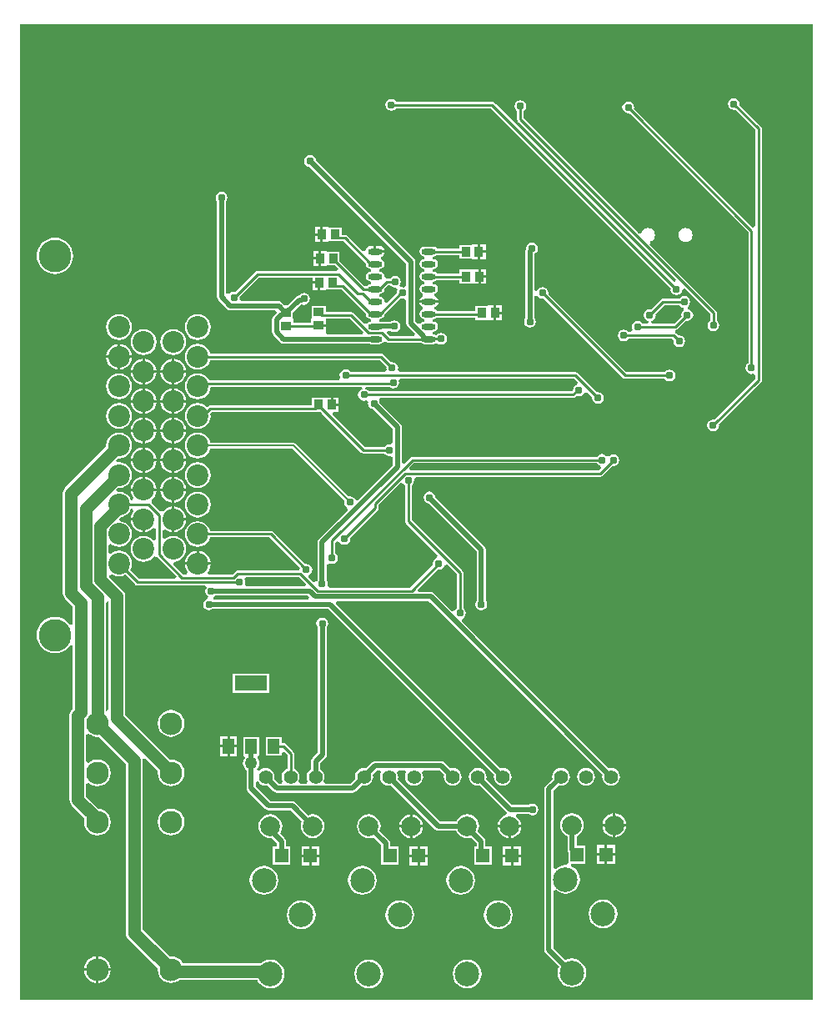
<source format=gbl>
G04*
G04 #@! TF.GenerationSoftware,Altium Limited,Altium Designer,19.1.8 (144)*
G04*
G04 Layer_Physical_Order=2*
G04 Layer_Color=16711680*
%FSLAX25Y25*%
%MOIN*%
G70*
G01*
G75*
%ADD13C,0.01000*%
%ADD21O,0.05709X0.02362*%
%ADD33R,0.05315X0.05709*%
%ADD34R,0.03543X0.03937*%
%ADD35R,0.03937X0.03543*%
%ADD62C,0.02000*%
%ADD63C,0.05000*%
%ADD66C,0.00800*%
%ADD67C,0.05512*%
%ADD68C,0.08661*%
%ADD69C,0.12992*%
%ADD70C,0.09843*%
%ADD71C,0.07874*%
%ADD72C,0.09055*%
%ADD73C,0.05000*%
%ADD74C,0.03075*%
%ADD75R,0.04724X0.05906*%
%ADD76R,0.12992X0.05906*%
G36*
X318471Y5529D02*
X1529D01*
X1529Y395471D01*
X318471Y395471D01*
X318471Y5529D01*
D02*
G37*
%LPC*%
G36*
X287013Y365942D02*
X286105Y365762D01*
X285336Y365248D01*
X284823Y364479D01*
X284642Y363572D01*
X284823Y362665D01*
X285336Y361896D01*
X286105Y361382D01*
X287013Y361201D01*
X287441Y361287D01*
X295607Y353121D01*
Y314652D01*
X294607Y314238D01*
X247069Y361776D01*
X247154Y362205D01*
X246973Y363112D01*
X246460Y363881D01*
X245690Y364395D01*
X244783Y364575D01*
X243876Y364395D01*
X243107Y363881D01*
X242594Y363112D01*
X242413Y362205D01*
X242594Y361298D01*
X243107Y360529D01*
X243876Y360015D01*
X244783Y359834D01*
X245212Y359920D01*
X292782Y312350D01*
Y259891D01*
X292418Y259648D01*
X291905Y258879D01*
X291724Y257972D01*
X291905Y257065D01*
X292418Y256296D01*
X293187Y255783D01*
X294094Y255602D01*
X294607Y255704D01*
X295607Y255076D01*
Y253762D01*
X279169Y237324D01*
X278740Y237410D01*
X277833Y237229D01*
X277064Y236716D01*
X276550Y235946D01*
X276370Y235039D01*
X276550Y234132D01*
X277064Y233363D01*
X277833Y232849D01*
X278740Y232669D01*
X279647Y232849D01*
X280416Y233363D01*
X280930Y234132D01*
X281111Y235039D01*
X281025Y235468D01*
X297847Y252290D01*
X298132Y252716D01*
X298232Y253219D01*
Y353665D01*
X298132Y354167D01*
X297847Y354593D01*
X289298Y363143D01*
X289383Y363572D01*
X289202Y364479D01*
X288689Y365248D01*
X287920Y365762D01*
X287013Y365942D01*
D02*
G37*
G36*
X121744Y314386D02*
X119472D01*
Y311917D01*
X121744D01*
Y314386D01*
D02*
G37*
G36*
X267749Y314021D02*
X267029Y313926D01*
X266359Y313648D01*
X265783Y313207D01*
X265341Y312631D01*
X265064Y311960D01*
X264969Y311241D01*
X265064Y310522D01*
X265341Y309851D01*
X265783Y309276D01*
X266359Y308834D01*
X267029Y308556D01*
X267749Y308461D01*
X268468Y308556D01*
X269139Y308834D01*
X269714Y309276D01*
X270156Y309851D01*
X270434Y310522D01*
X270528Y311241D01*
X270434Y311960D01*
X270156Y312631D01*
X269714Y313207D01*
X269139Y313648D01*
X268468Y313926D01*
X267749Y314021D01*
D02*
G37*
G36*
X121744Y310917D02*
X119472D01*
Y308449D01*
X121744D01*
Y310917D01*
D02*
G37*
G36*
X184600Y307469D02*
X182328D01*
Y307256D01*
X177226D01*
Y305895D01*
X168215D01*
X168144Y306001D01*
X167493Y306436D01*
X166725Y306589D01*
X163378D01*
X162610Y306436D01*
X161959Y306001D01*
X161524Y305350D01*
X161371Y304582D01*
X161524Y303814D01*
X161959Y303163D01*
X162610Y302728D01*
X163378Y302575D01*
Y301589D01*
X162610Y301436D01*
X161959Y301001D01*
X161524Y300350D01*
X161371Y299582D01*
X161524Y298814D01*
X161959Y298163D01*
X162610Y297728D01*
X163378Y297575D01*
Y296589D01*
X162610Y296436D01*
X161959Y296001D01*
X161524Y295350D01*
X161371Y294582D01*
X161524Y293814D01*
X161959Y293163D01*
X162610Y292728D01*
X163378Y292575D01*
Y291589D01*
X162610Y291436D01*
X161959Y291001D01*
X161524Y290350D01*
X161371Y289582D01*
X161524Y288814D01*
X161959Y288163D01*
X162610Y287728D01*
X162749Y287700D01*
Y286681D01*
X162527Y286637D01*
X161806Y286155D01*
X161324Y285433D01*
X161254Y285082D01*
X165051D01*
X168849D01*
X168779Y285433D01*
X168297Y286155D01*
X167576Y286637D01*
X167354Y286681D01*
Y287700D01*
X167493Y287728D01*
X168144Y288163D01*
X168579Y288814D01*
X168732Y289582D01*
X168579Y290350D01*
X168144Y291001D01*
X167493Y291436D01*
X166725Y291589D01*
Y292575D01*
X167493Y292728D01*
X168144Y293163D01*
X168215Y293269D01*
X177426D01*
Y291844D01*
X182528D01*
Y291632D01*
X184800D01*
Y294600D01*
Y297568D01*
X182528D01*
Y297356D01*
X177426D01*
Y295895D01*
X168215D01*
X168144Y296001D01*
X167493Y296436D01*
X166725Y296589D01*
Y297575D01*
X167493Y297728D01*
X168144Y298163D01*
X168579Y298814D01*
X168732Y299582D01*
X168579Y300350D01*
X168144Y301001D01*
X167493Y301436D01*
X166725Y301589D01*
Y302575D01*
X167493Y302728D01*
X168144Y303163D01*
X168215Y303270D01*
X177226D01*
Y301744D01*
X182328D01*
Y301532D01*
X184600D01*
Y304500D01*
Y307469D01*
D02*
G37*
G36*
X145268Y306806D02*
X144095D01*
Y305082D01*
X147392D01*
X147323Y305433D01*
X146841Y306155D01*
X146119Y306637D01*
X145268Y306806D01*
D02*
G37*
G36*
X187872Y307469D02*
X185600D01*
Y305000D01*
X187872D01*
Y307469D01*
D02*
G37*
G36*
X121043Y304768D02*
X118771D01*
Y302300D01*
X121043D01*
Y304768D01*
D02*
G37*
G36*
X187872Y304000D02*
X185600D01*
Y301532D01*
X187872D01*
Y304000D01*
D02*
G37*
G36*
X121043Y301300D02*
X118771D01*
Y298831D01*
X121043D01*
Y301300D01*
D02*
G37*
G36*
X15590Y310157D02*
X14163Y310017D01*
X12790Y309600D01*
X11524Y308924D01*
X10415Y308014D01*
X9505Y306905D01*
X8829Y305640D01*
X8412Y304267D01*
X8272Y302839D01*
X8412Y301411D01*
X8829Y300038D01*
X9505Y298773D01*
X10415Y297664D01*
X11524Y296753D01*
X12790Y296077D01*
X14163Y295661D01*
X15590Y295520D01*
X17018Y295661D01*
X18391Y296077D01*
X19657Y296753D01*
X20766Y297664D01*
X21676Y298773D01*
X22352Y300038D01*
X22769Y301411D01*
X22909Y302839D01*
X22769Y304267D01*
X22352Y305640D01*
X21676Y306905D01*
X20766Y308014D01*
X19657Y308924D01*
X18391Y309600D01*
X17018Y310017D01*
X15590Y310157D01*
D02*
G37*
G36*
X188072Y297568D02*
X185800D01*
Y295100D01*
X188072D01*
Y297568D01*
D02*
G37*
G36*
Y294100D02*
X185800D01*
Y291632D01*
X188072D01*
Y294100D01*
D02*
G37*
G36*
X117600Y343170D02*
X116693Y342990D01*
X115924Y342476D01*
X115410Y341707D01*
X115230Y340800D01*
X115410Y339893D01*
X115924Y339124D01*
X116693Y338610D01*
X117342Y338481D01*
X156002Y299820D01*
Y290903D01*
X155002Y290270D01*
X154500Y290370D01*
X154011Y290273D01*
X153409Y291173D01*
X153690Y291593D01*
X153870Y292500D01*
X153690Y293407D01*
X153176Y294176D01*
X152407Y294690D01*
X151500Y294870D01*
X150593Y294690D01*
X149824Y294176D01*
X149581Y293813D01*
X148186D01*
X148140Y293804D01*
X147299Y294520D01*
X147273Y294573D01*
X147275Y294582D01*
X147122Y295350D01*
X146687Y296001D01*
X146036Y296436D01*
X145268Y296589D01*
Y297575D01*
X146036Y297728D01*
X146687Y298163D01*
X147122Y298814D01*
X147275Y299582D01*
X147122Y300350D01*
X146687Y301001D01*
X146036Y301436D01*
X145898Y301464D01*
Y302484D01*
X146119Y302528D01*
X146841Y303010D01*
X147323Y303731D01*
X147392Y304082D01*
X143595D01*
Y304582D01*
X143095D01*
Y306806D01*
X141922D01*
X141071Y306637D01*
X140349Y306155D01*
X139867Y305433D01*
X139780Y304995D01*
X138750Y304610D01*
X132483Y310877D01*
X132057Y311161D01*
X131555Y311261D01*
X130118D01*
Y314173D01*
X125016D01*
Y314386D01*
X122744D01*
Y311417D01*
Y308449D01*
X125016D01*
Y308661D01*
X128704D01*
X128831Y308636D01*
X131011D01*
X139940Y299708D01*
X139915Y299582D01*
X140067Y298814D01*
X140502Y298163D01*
X141154Y297728D01*
X141922Y297575D01*
Y296589D01*
X141154Y296436D01*
X140502Y296001D01*
X140067Y295350D01*
X139915Y294582D01*
X140067Y293814D01*
X140502Y293163D01*
X141154Y292728D01*
X141922Y292575D01*
Y291589D01*
X141154Y291436D01*
X140502Y291001D01*
X140431Y290895D01*
X139422D01*
X129417Y300900D01*
Y304556D01*
X124314D01*
Y304768D01*
X122043D01*
Y301800D01*
Y298831D01*
X124314D01*
Y299044D01*
X127560D01*
X128811Y297793D01*
X128397Y296793D01*
X96465D01*
X95962Y296693D01*
X95537Y296409D01*
X87535Y288407D01*
X87106Y288492D01*
X86199Y288312D01*
X85430Y287798D01*
X84296Y287836D01*
X83979Y288069D01*
Y324696D01*
X84347Y325246D01*
X84527Y326153D01*
X84347Y327060D01*
X83833Y327829D01*
X83064Y328343D01*
X82157Y328523D01*
X81250Y328343D01*
X80481Y327829D01*
X79967Y327060D01*
X79786Y326153D01*
X79967Y325246D01*
X80334Y324696D01*
Y286370D01*
X80334Y286370D01*
X80473Y285672D01*
X80868Y285081D01*
X84440Y281509D01*
X85032Y281114D01*
X85729Y280975D01*
X85729Y280975D01*
X103730D01*
X104145Y279975D01*
X102855Y278686D01*
X102460Y278094D01*
X102322Y277397D01*
X102322Y277397D01*
Y272373D01*
X102322Y272373D01*
X102460Y271676D01*
X102855Y271084D01*
X105646Y268293D01*
X105646Y268293D01*
X106237Y267899D01*
X106935Y267760D01*
X106935Y267760D01*
X141106D01*
X141154Y267728D01*
X141922Y267575D01*
X145268D01*
X146036Y267728D01*
X146687Y268163D01*
X146776Y268295D01*
X147999Y268486D01*
X148023Y268462D01*
X148449Y268177D01*
X148951Y268077D01*
X162087D01*
X162610Y267728D01*
X163378Y267575D01*
X166725D01*
X167493Y267728D01*
X168324Y268024D01*
X169093Y267510D01*
X170000Y267330D01*
X170907Y267510D01*
X171676Y268024D01*
X172190Y268793D01*
X172370Y269700D01*
X172190Y270607D01*
X171676Y271376D01*
X170907Y271890D01*
X170000Y272070D01*
X169093Y271890D01*
X168324Y271376D01*
X168095Y271034D01*
X167493Y271436D01*
X166725Y271589D01*
Y272575D01*
X167493Y272728D01*
X168144Y273163D01*
X168579Y273814D01*
X168732Y274582D01*
X168579Y275350D01*
X168144Y276001D01*
X167493Y276436D01*
X166725Y276589D01*
Y277575D01*
X167493Y277728D01*
X168144Y278163D01*
X168215Y278270D01*
X183563D01*
Y277264D01*
X188665D01*
Y277051D01*
X190937D01*
Y280020D01*
Y282988D01*
X188665D01*
Y282776D01*
X183563D01*
Y280895D01*
X168215D01*
X168144Y281001D01*
X167493Y281436D01*
X167354Y281464D01*
Y282484D01*
X167576Y282528D01*
X168297Y283010D01*
X168779Y283731D01*
X168849Y284082D01*
X165051D01*
X161254D01*
X161324Y283731D01*
X161806Y283010D01*
X162527Y282528D01*
X162749Y282484D01*
Y281464D01*
X162610Y281436D01*
X161959Y281001D01*
X161524Y280350D01*
X161371Y279582D01*
X161524Y278814D01*
X161959Y278163D01*
X162610Y277728D01*
X163378Y277575D01*
Y276589D01*
X162610Y276436D01*
X161959Y276001D01*
X161876Y275877D01*
X160650Y275690D01*
X159647Y276692D01*
Y300575D01*
X159509Y301273D01*
X159113Y301864D01*
X159113Y301864D01*
X119919Y341058D01*
X119790Y341707D01*
X119276Y342476D01*
X118507Y342990D01*
X117600Y343170D01*
D02*
G37*
G36*
X267126Y286819D02*
X266219Y286639D01*
X265450Y286125D01*
X265207Y285761D01*
X258760D01*
X258258Y285662D01*
X257832Y285377D01*
X253834Y281379D01*
X253405Y281464D01*
X252498Y281284D01*
X251729Y280770D01*
X251215Y280001D01*
X251035Y279094D01*
X251215Y278187D01*
X251729Y277418D01*
X252498Y276904D01*
X252891Y276826D01*
X252958Y276813D01*
X252903Y276249D01*
X252903D01*
X252903Y276249D01*
X252084Y275813D01*
X250419D01*
X250176Y276176D01*
X249407Y276690D01*
X248500Y276870D01*
X247593Y276690D01*
X246824Y276176D01*
X246310Y275407D01*
X246130Y274500D01*
X246310Y273593D01*
X246497Y273313D01*
X245963Y272313D01*
X244919D01*
X244676Y272676D01*
X243907Y273190D01*
X243000Y273370D01*
X242093Y273190D01*
X241324Y272676D01*
X240810Y271907D01*
X240630Y271000D01*
X240810Y270093D01*
X241324Y269324D01*
X242093Y268810D01*
X243000Y268630D01*
X243907Y268810D01*
X244676Y269324D01*
X244919Y269687D01*
X262182D01*
X262881Y268891D01*
X262846Y268716D01*
X263026Y267809D01*
X263540Y267040D01*
X264309Y266526D01*
X265216Y266346D01*
X266123Y266526D01*
X266892Y267040D01*
X267406Y267809D01*
X267586Y268716D01*
X267406Y269623D01*
X266892Y270392D01*
X266123Y270906D01*
X265216Y271086D01*
X264787Y271001D01*
X263860Y271928D01*
X263472Y272187D01*
X263457Y272263D01*
X263596Y272856D01*
X263681Y273189D01*
X264176Y273287D01*
X264601Y273572D01*
X267977Y276947D01*
X268406Y276862D01*
X269313Y277042D01*
X270082Y277556D01*
X270595Y278325D01*
X270776Y279232D01*
X270595Y280139D01*
X270082Y280908D01*
X269313Y281422D01*
X268749Y281534D01*
X268484Y282560D01*
X268802Y282773D01*
X269316Y283542D01*
X269496Y284449D01*
X269316Y285356D01*
X268802Y286125D01*
X268033Y286639D01*
X267126Y286819D01*
D02*
G37*
G36*
X194209Y282988D02*
X191937D01*
Y280520D01*
X194209D01*
Y282988D01*
D02*
G37*
G36*
Y279520D02*
X191937D01*
Y277051D01*
X194209D01*
Y279520D01*
D02*
G37*
G36*
X150098Y365559D02*
X149191Y365379D01*
X148422Y364865D01*
X147908Y364096D01*
X147728Y363189D01*
X147908Y362282D01*
X148422Y361513D01*
X149191Y360999D01*
X150098Y360819D01*
X151005Y360999D01*
X151775Y361513D01*
X152017Y361876D01*
X189867D01*
X261815Y289929D01*
X261730Y289500D01*
X261910Y288593D01*
X262424Y287824D01*
X263193Y287310D01*
X264100Y287130D01*
X265007Y287310D01*
X265776Y287824D01*
X266290Y288593D01*
X266448Y289386D01*
X266845Y289626D01*
X267426Y289822D01*
X277526Y279722D01*
Y276919D01*
X277163Y276676D01*
X276649Y275907D01*
X276468Y275000D01*
X276649Y274093D01*
X277163Y273324D01*
X277931Y272810D01*
X278839Y272630D01*
X279746Y272810D01*
X280515Y273324D01*
X281029Y274093D01*
X281209Y275000D01*
X281029Y275907D01*
X280515Y276676D01*
X280151Y276919D01*
Y280266D01*
X280051Y280768D01*
X279767Y281194D01*
X253420Y307541D01*
X253438Y307922D01*
X253716Y308659D01*
X254138Y308834D01*
X254714Y309276D01*
X255156Y309851D01*
X255434Y310522D01*
X255528Y311241D01*
X255434Y311960D01*
X255156Y312631D01*
X254714Y313207D01*
X254138Y313648D01*
X253468Y313926D01*
X252749Y314021D01*
X252029Y313926D01*
X251359Y313648D01*
X250783Y313207D01*
X250341Y312631D01*
X250166Y312208D01*
X249429Y311930D01*
X249049Y311912D01*
X202986Y357975D01*
Y360778D01*
X203349Y361021D01*
X203863Y361790D01*
X204044Y362697D01*
X203863Y363604D01*
X203349Y364373D01*
X202580Y364887D01*
X201673Y365067D01*
X200766Y364887D01*
X199997Y364373D01*
X199483Y363604D01*
X199303Y362697D01*
X199483Y361790D01*
X199997Y361021D01*
X200361Y360778D01*
Y357431D01*
X200461Y356929D01*
X200745Y356503D01*
X263826Y293422D01*
X263694Y292485D01*
X263535Y292299D01*
X263125Y292331D01*
X191339Y364117D01*
X190913Y364402D01*
X190411Y364502D01*
X152017D01*
X151775Y364865D01*
X151005Y365379D01*
X150098Y365559D01*
D02*
G37*
G36*
X72677Y279458D02*
X71341Y279282D01*
X70096Y278766D01*
X69027Y277946D01*
X68207Y276876D01*
X67691Y275631D01*
X67515Y274295D01*
X67691Y272959D01*
X68207Y271714D01*
X69027Y270645D01*
X70096Y269825D01*
X71341Y269309D01*
X72677Y269133D01*
X74013Y269309D01*
X75258Y269825D01*
X76327Y270645D01*
X77148Y271714D01*
X77663Y272959D01*
X77839Y274295D01*
X77663Y275631D01*
X77148Y276876D01*
X76327Y277946D01*
X75258Y278766D01*
X74013Y279282D01*
X72677Y279458D01*
D02*
G37*
G36*
X41181D02*
X39845Y279282D01*
X38600Y278766D01*
X37531Y277946D01*
X36710Y276876D01*
X36195Y275631D01*
X36019Y274295D01*
X36195Y272959D01*
X36710Y271714D01*
X37531Y270645D01*
X38600Y269825D01*
X39845Y269309D01*
X41181Y269133D01*
X42517Y269309D01*
X43762Y269825D01*
X44831Y270645D01*
X45652Y271714D01*
X46167Y272959D01*
X46343Y274295D01*
X46167Y275631D01*
X45652Y276876D01*
X44831Y277946D01*
X43762Y278766D01*
X42517Y279282D01*
X41181Y279458D01*
D02*
G37*
G36*
X62835Y273552D02*
X61498Y273376D01*
X60254Y272861D01*
X59184Y272040D01*
X58364Y270971D01*
X57848Y269726D01*
X57672Y268390D01*
X57848Y267054D01*
X58364Y265809D01*
X59184Y264740D01*
X60254Y263919D01*
X61498Y263404D01*
X62835Y263228D01*
X64171Y263404D01*
X65416Y263919D01*
X66485Y264740D01*
X67305Y265809D01*
X67821Y267054D01*
X67997Y268390D01*
X67821Y269726D01*
X67305Y270971D01*
X66485Y272040D01*
X65416Y272861D01*
X64171Y273376D01*
X62835Y273552D01*
D02*
G37*
G36*
X51024D02*
X49687Y273376D01*
X48443Y272861D01*
X47373Y272040D01*
X46553Y270971D01*
X46037Y269726D01*
X45861Y268390D01*
X46037Y267054D01*
X46553Y265809D01*
X47373Y264740D01*
X48443Y263919D01*
X49687Y263404D01*
X51024Y263228D01*
X52360Y263404D01*
X53605Y263919D01*
X54674Y264740D01*
X55494Y265809D01*
X56010Y267054D01*
X56186Y268390D01*
X56010Y269726D01*
X55494Y270971D01*
X54674Y272040D01*
X53605Y272861D01*
X52360Y273376D01*
X51024Y273552D01*
D02*
G37*
G36*
X41681Y267594D02*
Y262984D01*
X46290D01*
X46180Y263824D01*
X45663Y265072D01*
X44840Y266144D01*
X43769Y266966D01*
X42520Y267483D01*
X41681Y267594D01*
D02*
G37*
G36*
X40681Y267594D02*
X39842Y267483D01*
X38594Y266966D01*
X37522Y266144D01*
X36699Y265072D01*
X36182Y263824D01*
X36072Y262984D01*
X40681D01*
Y267594D01*
D02*
G37*
G36*
Y261984D02*
X36072D01*
X36182Y261145D01*
X36699Y259897D01*
X37522Y258825D01*
X38594Y258003D01*
X39842Y257486D01*
X40681Y257375D01*
Y261984D01*
D02*
G37*
G36*
X46290D02*
X41681D01*
Y257375D01*
X42520Y257486D01*
X43769Y258003D01*
X44840Y258825D01*
X45663Y259897D01*
X46180Y261145D01*
X46290Y261984D01*
D02*
G37*
G36*
X63335Y261688D02*
Y257079D01*
X67944D01*
X67833Y257918D01*
X67316Y259166D01*
X66494Y260238D01*
X65422Y261061D01*
X64174Y261578D01*
X63335Y261688D01*
D02*
G37*
G36*
X51524D02*
Y257079D01*
X56133D01*
X56022Y257918D01*
X55505Y259166D01*
X54683Y260238D01*
X53611Y261061D01*
X52363Y261578D01*
X51524Y261688D01*
D02*
G37*
G36*
X62335Y261688D02*
X61495Y261578D01*
X60247Y261061D01*
X59175Y260238D01*
X58353Y259166D01*
X57836Y257918D01*
X57726Y257079D01*
X62335D01*
Y261688D01*
D02*
G37*
G36*
X50524D02*
X49684Y261578D01*
X48436Y261061D01*
X47364Y260238D01*
X46542Y259166D01*
X46025Y257918D01*
X45914Y257079D01*
X50524D01*
Y261688D01*
D02*
G37*
G36*
X72677Y267647D02*
X71341Y267471D01*
X70096Y266955D01*
X69027Y266135D01*
X68207Y265066D01*
X67691Y263821D01*
X67515Y262484D01*
X67691Y261148D01*
X68207Y259903D01*
X69027Y258834D01*
X70096Y258014D01*
X71341Y257498D01*
X72677Y257322D01*
X74013Y257498D01*
X75258Y258014D01*
X76327Y258834D01*
X77148Y259903D01*
X77663Y261148D01*
X77667Y261172D01*
X145457D01*
X148116Y258512D01*
X148031Y258084D01*
X148141Y257529D01*
X147532Y256529D01*
X133710D01*
X133467Y256893D01*
X132698Y257406D01*
X131791Y257587D01*
X130884Y257406D01*
X130115Y256893D01*
X129601Y256124D01*
X129421Y255217D01*
X129601Y254310D01*
X129688Y254179D01*
X129154Y253179D01*
X77179D01*
X77148Y253255D01*
X76327Y254324D01*
X75258Y255144D01*
X74013Y255660D01*
X72677Y255836D01*
X71341Y255660D01*
X70096Y255144D01*
X69027Y254324D01*
X68207Y253255D01*
X67691Y252010D01*
X67515Y250673D01*
X67691Y249337D01*
X68207Y248092D01*
X69027Y247023D01*
X70096Y246203D01*
X71341Y245687D01*
X72677Y245511D01*
X74013Y245687D01*
X75258Y246203D01*
X76327Y247023D01*
X77148Y248092D01*
X77663Y249337D01*
X77824Y250554D01*
X138433D01*
X138531Y249554D01*
X138210Y249490D01*
X137441Y248976D01*
X136927Y248207D01*
X136747Y247300D01*
X136927Y246393D01*
X137441Y245624D01*
X138210Y245110D01*
X139117Y244930D01*
X140024Y245110D01*
X140852Y244461D01*
X140740Y243898D01*
X140920Y242990D01*
X141434Y242221D01*
X142203Y241708D01*
X142852Y241579D01*
X150617Y233814D01*
Y228100D01*
X149617Y227467D01*
X149114Y227567D01*
X148207Y227387D01*
X147438Y226873D01*
X147195Y226509D01*
X139373D01*
X126467Y239415D01*
X126850Y240339D01*
X129051D01*
Y242807D01*
X126279D01*
Y243307D01*
X125779D01*
Y246276D01*
X123508D01*
Y246063D01*
X118405D01*
Y243151D01*
X77727D01*
X77224Y243051D01*
X76799Y242767D01*
X76531Y242499D01*
X76327Y242513D01*
X75258Y243333D01*
X74013Y243849D01*
X72677Y244025D01*
X71341Y243849D01*
X70096Y243333D01*
X69027Y242513D01*
X68207Y241443D01*
X67691Y240198D01*
X67515Y238862D01*
X67691Y237526D01*
X68207Y236281D01*
X69027Y235212D01*
X70096Y234392D01*
X71341Y233876D01*
X72677Y233700D01*
X74013Y233876D01*
X75258Y234392D01*
X76327Y235212D01*
X77148Y236281D01*
X77663Y237526D01*
X77839Y238862D01*
X77722Y239753D01*
X78431Y240526D01*
X119693D01*
X119820Y240551D01*
X121667D01*
X122194Y240025D01*
X122292Y239877D01*
X137901Y224269D01*
X138327Y223984D01*
X138829Y223884D01*
X147195D01*
X147438Y223521D01*
X148207Y223007D01*
X149114Y222827D01*
X149617Y222926D01*
X150617Y222293D01*
Y219152D01*
X136655Y205191D01*
X135557Y205506D01*
X135176Y206076D01*
X134407Y206590D01*
X133500Y206770D01*
X132951Y206661D01*
X111705Y227907D01*
X111312Y228170D01*
X110849Y228262D01*
X110849Y228262D01*
X77680D01*
X77663Y228387D01*
X77148Y229632D01*
X76327Y230702D01*
X75258Y231522D01*
X74013Y232038D01*
X72677Y232214D01*
X71341Y232038D01*
X70096Y231522D01*
X69027Y230702D01*
X68207Y229632D01*
X67691Y228387D01*
X67515Y227051D01*
X67691Y225715D01*
X68207Y224470D01*
X69027Y223401D01*
X70096Y222581D01*
X71341Y222065D01*
X72677Y221889D01*
X74013Y222065D01*
X75258Y222581D01*
X76327Y223401D01*
X77148Y224470D01*
X77663Y225715D01*
X77680Y225841D01*
X110347D01*
X131239Y204949D01*
X131130Y204400D01*
X131310Y203493D01*
X131824Y202724D01*
X132394Y202343D01*
X132709Y201245D01*
X121054Y189590D01*
X120659Y188998D01*
X120520Y188301D01*
X120520Y188301D01*
Y173209D01*
X120153Y172659D01*
X120144Y172616D01*
X119059Y172287D01*
X117067Y174279D01*
X117330Y175430D01*
X117764Y175720D01*
X118278Y176489D01*
X118458Y177396D01*
X118278Y178303D01*
X117764Y179072D01*
X116995Y179586D01*
X116088Y179767D01*
X115659Y179681D01*
X102794Y192546D01*
X102368Y192831D01*
X101866Y192931D01*
X77667D01*
X77663Y192954D01*
X77148Y194199D01*
X76327Y195268D01*
X75258Y196089D01*
X74013Y196605D01*
X72677Y196781D01*
X71341Y196605D01*
X70096Y196089D01*
X69027Y195268D01*
X68207Y194199D01*
X67691Y192954D01*
X67515Y191618D01*
X67691Y190282D01*
X68207Y189037D01*
X69027Y187968D01*
X70096Y187148D01*
X71341Y186632D01*
X72677Y186456D01*
X74013Y186632D01*
X75258Y187148D01*
X76327Y187968D01*
X77148Y189037D01*
X77663Y190282D01*
X77667Y190306D01*
X101322D01*
X113490Y178137D01*
X113117Y177236D01*
X112750Y177137D01*
X88711D01*
X88209Y177038D01*
X87783Y176753D01*
X86531Y175502D01*
X77065D01*
X76608Y176502D01*
X77159Y177220D01*
X77676Y178468D01*
X77786Y179307D01*
X72677D01*
X67568D01*
X67678Y178468D01*
X68195Y177220D01*
X68747Y176502D01*
X68290Y175502D01*
X66957D01*
X62875Y179583D01*
X63265Y180607D01*
X64171Y180726D01*
X65416Y181242D01*
X66485Y182062D01*
X67305Y183132D01*
X67821Y184377D01*
X67997Y185713D01*
X67821Y187049D01*
X67305Y188294D01*
X66485Y189363D01*
X65416Y190183D01*
X64171Y190699D01*
X62835Y190875D01*
X61498Y190699D01*
X60254Y190183D01*
X59529Y189628D01*
X58529Y190076D01*
Y193136D01*
X59529Y193593D01*
X60247Y193042D01*
X61495Y192525D01*
X62335Y192415D01*
Y197524D01*
Y202633D01*
X61495Y202522D01*
X60247Y202005D01*
X59175Y201183D01*
X58893Y200815D01*
X58891Y200814D01*
X57590Y200759D01*
X54259Y204090D01*
X54189Y205046D01*
X54281Y205367D01*
X54683Y205676D01*
X55505Y206747D01*
X56022Y207995D01*
X56133Y208835D01*
X51024D01*
X45914D01*
X46025Y207995D01*
X46542Y206747D01*
X47055Y206079D01*
X46594Y205090D01*
X46027Y205105D01*
X45652Y206010D01*
X44831Y207080D01*
X43762Y207900D01*
X42517Y208416D01*
X41181Y208592D01*
X40553Y208509D01*
X40086Y209456D01*
X40763Y210133D01*
X41181Y210078D01*
X42517Y210254D01*
X43762Y210770D01*
X44831Y211590D01*
X45652Y212659D01*
X46167Y213904D01*
X46343Y215240D01*
X46167Y216576D01*
X45652Y217821D01*
X44831Y218891D01*
X43762Y219711D01*
X42517Y220227D01*
X41181Y220403D01*
X40553Y220320D01*
X40086Y221267D01*
X40763Y221944D01*
X41181Y221889D01*
X42517Y222065D01*
X43762Y222581D01*
X44831Y223401D01*
X45652Y224470D01*
X46167Y225715D01*
X46343Y227051D01*
X46167Y228387D01*
X45652Y229632D01*
X44831Y230702D01*
X43762Y231522D01*
X42517Y232038D01*
X41181Y232214D01*
X39845Y232038D01*
X38600Y231522D01*
X37531Y230702D01*
X36710Y229632D01*
X36195Y228387D01*
X36019Y227051D01*
X36074Y226633D01*
X19644Y210203D01*
X19117Y209516D01*
X18785Y208717D01*
X18672Y207858D01*
Y168023D01*
X18785Y167165D01*
X19117Y166365D01*
X19644Y165678D01*
X22684Y162637D01*
Y155565D01*
X21684Y155314D01*
X21676Y155330D01*
X20766Y156439D01*
X19657Y157349D01*
X18391Y158026D01*
X17018Y158442D01*
X15590Y158583D01*
X14163Y158442D01*
X12790Y158026D01*
X11524Y157349D01*
X10415Y156439D01*
X9505Y155330D01*
X8829Y154065D01*
X8412Y152692D01*
X8272Y151264D01*
X8412Y149836D01*
X8829Y148463D01*
X9505Y147198D01*
X10415Y146089D01*
X11524Y145179D01*
X12790Y144502D01*
X14163Y144086D01*
X15590Y143945D01*
X17018Y144086D01*
X18391Y144502D01*
X19657Y145179D01*
X20766Y146089D01*
X21676Y147198D01*
X21684Y147214D01*
X22684Y146963D01*
Y121874D01*
X22321Y121511D01*
X21794Y120824D01*
X21463Y120025D01*
X21350Y119166D01*
Y85472D01*
X21463Y84613D01*
X21794Y83814D01*
X22321Y83127D01*
X27360Y78087D01*
X27302Y77947D01*
X27120Y76559D01*
X27302Y75172D01*
X27838Y73879D01*
X28690Y72769D01*
X29800Y71917D01*
X31093Y71381D01*
X32480Y71198D01*
X33868Y71381D01*
X35161Y71917D01*
X36271Y72769D01*
X37123Y73879D01*
X37659Y75172D01*
X37841Y76559D01*
X37659Y77947D01*
X37123Y79240D01*
X36271Y80350D01*
X35161Y81202D01*
X33868Y81737D01*
X32971Y81856D01*
X27981Y86845D01*
Y91833D01*
X28981Y92230D01*
X29800Y91602D01*
X31093Y91066D01*
X32480Y90883D01*
X33868Y91066D01*
X35161Y91602D01*
X36271Y92454D01*
X37123Y93564D01*
X37659Y94857D01*
X37841Y96244D01*
X37659Y97632D01*
X37123Y98925D01*
X36271Y100035D01*
X35161Y100887D01*
X33868Y101422D01*
X32480Y101605D01*
X31093Y101422D01*
X29800Y100887D01*
X28981Y100259D01*
X27981Y100655D01*
Y111518D01*
X28981Y111915D01*
X29800Y111287D01*
X31093Y110751D01*
X32480Y110568D01*
X33074Y110647D01*
X43929Y99792D01*
Y32268D01*
X44041Y31410D01*
X44373Y30610D01*
X44900Y29923D01*
X56725Y18098D01*
X56647Y17504D01*
X56830Y16117D01*
X57365Y14824D01*
X58217Y13713D01*
X59328Y12862D01*
X60620Y12326D01*
X62008Y12143D01*
X63396Y12326D01*
X64688Y12862D01*
X65406Y13412D01*
X96489D01*
X96691Y12924D01*
X97606Y11731D01*
X98799Y10816D01*
X100187Y10241D01*
X101678Y10045D01*
X103168Y10241D01*
X104557Y10816D01*
X105749Y11731D01*
X106664Y12924D01*
X107239Y14312D01*
X107436Y15803D01*
X107239Y17293D01*
X106664Y18682D01*
X105749Y19874D01*
X104557Y20789D01*
X103168Y21364D01*
X101678Y21561D01*
X100187Y21364D01*
X98799Y20789D01*
X97827Y20044D01*
X66709D01*
X66651Y20185D01*
X65799Y21295D01*
X64688Y22147D01*
X63396Y22682D01*
X62008Y22865D01*
X61414Y22787D01*
X50560Y33641D01*
Y101165D01*
X50496Y101653D01*
X51443Y102120D01*
X56725Y96838D01*
X56647Y96244D01*
X56830Y94857D01*
X57365Y93564D01*
X58217Y92454D01*
X59328Y91602D01*
X60620Y91066D01*
X62008Y90883D01*
X63396Y91066D01*
X64688Y91602D01*
X65799Y92454D01*
X66651Y93564D01*
X67186Y94857D01*
X67369Y96244D01*
X67186Y97632D01*
X66651Y98925D01*
X65799Y100035D01*
X64688Y100887D01*
X63396Y101422D01*
X62008Y101605D01*
X61414Y101527D01*
X43611Y119330D01*
Y166851D01*
X43498Y167710D01*
X43167Y168509D01*
X42640Y169196D01*
X37303Y174533D01*
X37375Y175016D01*
X38451Y175451D01*
X38600Y175337D01*
X39845Y174821D01*
X41181Y174645D01*
X42517Y174821D01*
X43762Y175337D01*
X43781Y175351D01*
X47658Y171473D01*
X48084Y171189D01*
X48586Y171089D01*
X75682D01*
X76163Y170089D01*
X75903Y169699D01*
X75723Y168792D01*
X75903Y167885D01*
X76417Y167116D01*
X76868Y166815D01*
X76688Y165760D01*
X76258Y165674D01*
X75489Y165160D01*
X74975Y164391D01*
X74795Y163484D01*
X74975Y162577D01*
X75489Y161808D01*
X76258Y161294D01*
X77165Y161114D01*
X78072Y161294D01*
X78622Y161662D01*
X124934D01*
X191172Y95424D01*
X191056Y94543D01*
X191178Y93618D01*
X191535Y92756D01*
X192103Y92016D01*
X192843Y91448D01*
X193705Y91091D01*
X194630Y90969D01*
X195555Y91091D01*
X196417Y91448D01*
X197157Y92016D01*
X197725Y92756D01*
X198082Y93618D01*
X198204Y94543D01*
X198082Y95468D01*
X197725Y96330D01*
X197157Y97070D01*
X196417Y97638D01*
X195555Y97995D01*
X194630Y98117D01*
X193749Y98001D01*
X127933Y163817D01*
X128348Y164817D01*
X165086D01*
X234480Y95424D01*
X234364Y94543D01*
X234485Y93618D01*
X234842Y92756D01*
X235410Y92016D01*
X236151Y91448D01*
X237013Y91091D01*
X237937Y90969D01*
X238862Y91091D01*
X239724Y91448D01*
X240465Y92016D01*
X241033Y92756D01*
X241390Y93618D01*
X241511Y94543D01*
X241390Y95468D01*
X241033Y96330D01*
X240465Y97070D01*
X239724Y97638D01*
X238862Y97995D01*
X237937Y98117D01*
X237057Y98001D01*
X178290Y156767D01*
X178339Y157196D01*
X178560Y157912D01*
X179176Y158324D01*
X179690Y159093D01*
X179870Y160000D01*
X179690Y160907D01*
X179176Y161676D01*
X178813Y161919D01*
Y176240D01*
X178713Y176742D01*
X178428Y177168D01*
X158202Y197394D01*
Y211172D01*
X158566Y211415D01*
X159080Y212183D01*
X159260Y213090D01*
X159158Y213603D01*
X159786Y214603D01*
X233632D01*
X234134Y214703D01*
X234560Y214987D01*
X238449Y218876D01*
X238878Y218791D01*
X239785Y218971D01*
X240554Y219485D01*
X241068Y220254D01*
X241248Y221161D01*
X241068Y222069D01*
X240554Y222837D01*
X239785Y223351D01*
X238878Y223532D01*
X237971Y223351D01*
X237202Y222837D01*
X237199Y222833D01*
X235997D01*
X235928Y222936D01*
X235159Y223450D01*
X234252Y223630D01*
X233345Y223450D01*
X232576Y222936D01*
X232333Y222572D01*
X158536D01*
X158034Y222473D01*
X157608Y222188D01*
X155185Y219765D01*
X154261Y220148D01*
Y234569D01*
X154261Y234569D01*
X154123Y235266D01*
X153728Y235858D01*
X153728Y235858D01*
X145429Y244156D01*
X145300Y244805D01*
X145178Y244988D01*
X145712Y245988D01*
X222739D01*
X223241Y246088D01*
X223667Y246372D01*
X224103Y246808D01*
X225000Y246630D01*
X225907Y246810D01*
X226676Y247324D01*
X227190Y248093D01*
X227212Y248202D01*
X228297Y248531D01*
X230392Y246436D01*
X230307Y246007D01*
X230487Y245100D01*
X231001Y244331D01*
X231770Y243817D01*
X232677Y243637D01*
X233584Y243817D01*
X234353Y244331D01*
X234867Y245100D01*
X235048Y246007D01*
X234867Y246914D01*
X234353Y247683D01*
X233584Y248197D01*
X232677Y248378D01*
X232248Y248292D01*
X224396Y256145D01*
X223970Y256429D01*
X223468Y256529D01*
X153270D01*
X152661Y257529D01*
X152771Y258084D01*
X152591Y258991D01*
X152077Y259759D01*
X151308Y260273D01*
X150401Y260454D01*
X149972Y260368D01*
X146928Y263412D01*
X146502Y263697D01*
X146000Y263797D01*
X77667D01*
X77663Y263821D01*
X77148Y265066D01*
X76327Y266135D01*
X75258Y266955D01*
X74013Y267471D01*
X72677Y267647D01*
D02*
G37*
G36*
X206398Y308177D02*
X205490Y307997D01*
X204722Y307483D01*
X204208Y306714D01*
X204027Y305807D01*
X204054Y305672D01*
X203816Y305316D01*
X203678Y304619D01*
X203678Y304619D01*
Y277957D01*
X203310Y277407D01*
X203130Y276500D01*
X203310Y275593D01*
X203824Y274824D01*
X204593Y274310D01*
X205500Y274130D01*
X206407Y274310D01*
X207176Y274824D01*
X207690Y275593D01*
X207870Y276500D01*
X207690Y277407D01*
X207322Y277957D01*
Y286932D01*
X208310Y287093D01*
X208824Y286324D01*
X209593Y285810D01*
X210500Y285630D01*
X210929Y285715D01*
X242552Y254092D01*
X242978Y253807D01*
X243480Y253707D01*
X259360D01*
X259603Y253344D01*
X260372Y252830D01*
X261279Y252649D01*
X262186Y252830D01*
X262955Y253344D01*
X263469Y254113D01*
X263649Y255020D01*
X263469Y255927D01*
X262955Y256696D01*
X262186Y257210D01*
X261279Y257390D01*
X260372Y257210D01*
X259603Y256696D01*
X259360Y256332D01*
X244024D01*
X212785Y287571D01*
X212870Y288000D01*
X212690Y288907D01*
X212176Y289676D01*
X211407Y290190D01*
X210500Y290370D01*
X209593Y290190D01*
X208824Y289676D01*
X208310Y288907D01*
X207322Y289068D01*
Y303629D01*
X208074Y304131D01*
X208588Y304900D01*
X208768Y305807D01*
X208588Y306714D01*
X208074Y307483D01*
X207305Y307997D01*
X206398Y308177D01*
D02*
G37*
G36*
X62335Y256079D02*
X57725D01*
X57836Y255240D01*
X58353Y253991D01*
X59175Y252920D01*
X60247Y252097D01*
X61495Y251580D01*
X62335Y251470D01*
Y256079D01*
D02*
G37*
G36*
X50524D02*
X45914D01*
X46025Y255240D01*
X46542Y253991D01*
X47364Y252920D01*
X48436Y252097D01*
X49684Y251580D01*
X50524Y251470D01*
Y256079D01*
D02*
G37*
G36*
X67944D02*
X63335D01*
Y251470D01*
X64174Y251580D01*
X65422Y252097D01*
X66494Y252920D01*
X67316Y253991D01*
X67833Y255240D01*
X67944Y256079D01*
D02*
G37*
G36*
X56133D02*
X51524D01*
Y251470D01*
X52363Y251580D01*
X53611Y252097D01*
X54683Y252920D01*
X55505Y253991D01*
X56022Y255240D01*
X56133Y256079D01*
D02*
G37*
G36*
X41181Y255836D02*
X39845Y255660D01*
X38600Y255144D01*
X37531Y254324D01*
X36710Y253255D01*
X36195Y252010D01*
X36019Y250673D01*
X36195Y249337D01*
X36710Y248092D01*
X37531Y247023D01*
X38600Y246203D01*
X39845Y245687D01*
X41181Y245511D01*
X42517Y245687D01*
X43762Y246203D01*
X44831Y247023D01*
X45652Y248092D01*
X46167Y249337D01*
X46343Y250673D01*
X46167Y252010D01*
X45652Y253255D01*
X44831Y254324D01*
X43762Y255144D01*
X42517Y255660D01*
X41181Y255836D01*
D02*
G37*
G36*
X63335Y249877D02*
Y245268D01*
X67944D01*
X67833Y246107D01*
X67316Y247355D01*
X66494Y248427D01*
X65422Y249250D01*
X64174Y249766D01*
X63335Y249877D01*
D02*
G37*
G36*
X51524D02*
Y245268D01*
X56133D01*
X56022Y246107D01*
X55505Y247355D01*
X54683Y248427D01*
X53611Y249250D01*
X52363Y249766D01*
X51524Y249877D01*
D02*
G37*
G36*
X62335D02*
X61495Y249766D01*
X60247Y249250D01*
X59175Y248427D01*
X58353Y247355D01*
X57836Y246107D01*
X57726Y245268D01*
X62335D01*
Y249877D01*
D02*
G37*
G36*
X50524D02*
X49684Y249766D01*
X48436Y249250D01*
X47364Y248427D01*
X46542Y247355D01*
X46025Y246107D01*
X45914Y245268D01*
X50524D01*
Y249877D01*
D02*
G37*
G36*
X129051Y246276D02*
X126779D01*
Y243807D01*
X129051D01*
Y246276D01*
D02*
G37*
G36*
X67944Y244268D02*
X63335D01*
Y239659D01*
X64174Y239769D01*
X65422Y240286D01*
X66494Y241109D01*
X67316Y242180D01*
X67833Y243428D01*
X67944Y244268D01*
D02*
G37*
G36*
X56133D02*
X51524D01*
Y239659D01*
X52363Y239769D01*
X53611Y240286D01*
X54683Y241109D01*
X55505Y242180D01*
X56022Y243428D01*
X56133Y244268D01*
D02*
G37*
G36*
X62335D02*
X57726D01*
X57836Y243428D01*
X58353Y242180D01*
X59175Y241109D01*
X60247Y240286D01*
X61495Y239769D01*
X62335Y239659D01*
Y244268D01*
D02*
G37*
G36*
X50524D02*
X45914D01*
X46025Y243428D01*
X46542Y242180D01*
X47364Y241109D01*
X48436Y240286D01*
X49684Y239769D01*
X50524Y239659D01*
Y244268D01*
D02*
G37*
G36*
X41181Y244025D02*
X39845Y243849D01*
X38600Y243333D01*
X37531Y242513D01*
X36710Y241443D01*
X36195Y240198D01*
X36019Y238862D01*
X36195Y237526D01*
X36710Y236281D01*
X37531Y235212D01*
X38600Y234392D01*
X39845Y233876D01*
X41181Y233700D01*
X42517Y233876D01*
X43762Y234392D01*
X44831Y235212D01*
X45652Y236281D01*
X46167Y237526D01*
X46343Y238862D01*
X46167Y240198D01*
X45652Y241443D01*
X44831Y242513D01*
X43762Y243333D01*
X42517Y243849D01*
X41181Y244025D01*
D02*
G37*
G36*
X63335Y238066D02*
Y233457D01*
X67944D01*
X67833Y234296D01*
X67316Y235544D01*
X66494Y236616D01*
X65422Y237439D01*
X64174Y237955D01*
X63335Y238066D01*
D02*
G37*
G36*
X51524D02*
Y233457D01*
X56133D01*
X56022Y234296D01*
X55505Y235544D01*
X54683Y236616D01*
X53611Y237439D01*
X52363Y237955D01*
X51524Y238066D01*
D02*
G37*
G36*
X62335D02*
X61495Y237955D01*
X60247Y237439D01*
X59175Y236616D01*
X58353Y235544D01*
X57836Y234296D01*
X57726Y233457D01*
X62335D01*
Y238066D01*
D02*
G37*
G36*
X50524D02*
X49684Y237955D01*
X48436Y237439D01*
X47364Y236616D01*
X46542Y235544D01*
X46025Y234296D01*
X45914Y233457D01*
X50524D01*
Y238066D01*
D02*
G37*
G36*
X67944Y232457D02*
X63335D01*
Y227848D01*
X64174Y227958D01*
X65422Y228475D01*
X66494Y229298D01*
X67316Y230369D01*
X67833Y231617D01*
X67944Y232457D01*
D02*
G37*
G36*
X56133D02*
X51524D01*
Y227848D01*
X52363Y227958D01*
X53611Y228475D01*
X54683Y229298D01*
X55505Y230369D01*
X56022Y231617D01*
X56133Y232457D01*
D02*
G37*
G36*
X62335D02*
X57726D01*
X57836Y231617D01*
X58353Y230369D01*
X59175Y229298D01*
X60247Y228475D01*
X61495Y227958D01*
X62335Y227848D01*
Y232457D01*
D02*
G37*
G36*
X50524D02*
X45914D01*
X46025Y231617D01*
X46542Y230369D01*
X47364Y229298D01*
X48436Y228475D01*
X49684Y227958D01*
X50524Y227848D01*
Y232457D01*
D02*
G37*
G36*
X63335Y226255D02*
Y221646D01*
X67944D01*
X67833Y222485D01*
X67316Y223733D01*
X66494Y224805D01*
X65422Y225627D01*
X64174Y226145D01*
X63335Y226255D01*
D02*
G37*
G36*
X51524D02*
Y221646D01*
X56133D01*
X56022Y222485D01*
X55505Y223733D01*
X54683Y224805D01*
X53611Y225627D01*
X52363Y226145D01*
X51524Y226255D01*
D02*
G37*
G36*
X62335D02*
X61495Y226145D01*
X60247Y225627D01*
X59175Y224805D01*
X58353Y223733D01*
X57836Y222485D01*
X57726Y221646D01*
X62335D01*
Y226255D01*
D02*
G37*
G36*
X50524D02*
X49684Y226145D01*
X48436Y225627D01*
X47364Y224805D01*
X46542Y223733D01*
X46025Y222485D01*
X45914Y221646D01*
X50524D01*
Y226255D01*
D02*
G37*
G36*
X67944Y220646D02*
X63335D01*
Y216037D01*
X64174Y216147D01*
X65422Y216664D01*
X66494Y217487D01*
X67316Y218558D01*
X67833Y219806D01*
X67944Y220646D01*
D02*
G37*
G36*
X56133D02*
X51524D01*
Y216037D01*
X52363Y216147D01*
X53611Y216664D01*
X54683Y217487D01*
X55505Y218558D01*
X56022Y219806D01*
X56133Y220646D01*
D02*
G37*
G36*
X62335D02*
X57726D01*
X57836Y219806D01*
X58353Y218558D01*
X59175Y217487D01*
X60247Y216664D01*
X61495Y216147D01*
X62335Y216037D01*
Y220646D01*
D02*
G37*
G36*
X50524D02*
X45914D01*
X46025Y219806D01*
X46542Y218558D01*
X47364Y217487D01*
X48436Y216664D01*
X49684Y216147D01*
X50524Y216037D01*
Y220646D01*
D02*
G37*
G36*
X72677Y220403D02*
X71341Y220227D01*
X70096Y219711D01*
X69027Y218891D01*
X68207Y217821D01*
X67691Y216576D01*
X67515Y215240D01*
X67691Y213904D01*
X68207Y212659D01*
X69027Y211590D01*
X70096Y210770D01*
X71341Y210254D01*
X72677Y210078D01*
X74013Y210254D01*
X75258Y210770D01*
X76327Y211590D01*
X77148Y212659D01*
X77663Y213904D01*
X77839Y215240D01*
X77663Y216576D01*
X77148Y217821D01*
X76327Y218891D01*
X75258Y219711D01*
X74013Y220227D01*
X72677Y220403D01*
D02*
G37*
G36*
X63335Y214444D02*
Y209835D01*
X67944D01*
X67833Y210674D01*
X67316Y211922D01*
X66494Y212994D01*
X65422Y213816D01*
X64174Y214333D01*
X63335Y214444D01*
D02*
G37*
G36*
X51524D02*
Y209835D01*
X56133D01*
X56022Y210674D01*
X55505Y211922D01*
X54683Y212994D01*
X53611Y213816D01*
X52363Y214333D01*
X51524Y214444D01*
D02*
G37*
G36*
X62335Y214444D02*
X61495Y214333D01*
X60247Y213816D01*
X59175Y212994D01*
X58353Y211922D01*
X57836Y210674D01*
X57725Y209835D01*
X62335D01*
Y214444D01*
D02*
G37*
G36*
X50524D02*
X49684Y214333D01*
X48436Y213816D01*
X47364Y212994D01*
X46542Y211922D01*
X46025Y210674D01*
X45914Y209835D01*
X50524D01*
Y214444D01*
D02*
G37*
G36*
X67944Y208835D02*
X63335D01*
Y204226D01*
X64174Y204336D01*
X65422Y204853D01*
X66494Y205676D01*
X67316Y206747D01*
X67833Y207995D01*
X67944Y208835D01*
D02*
G37*
G36*
X62335D02*
X57726D01*
X57836Y207995D01*
X58353Y206747D01*
X59175Y205676D01*
X60247Y204853D01*
X61495Y204336D01*
X62335Y204226D01*
Y208835D01*
D02*
G37*
G36*
X72677Y208592D02*
X71341Y208416D01*
X70096Y207900D01*
X69027Y207080D01*
X68207Y206010D01*
X67691Y204765D01*
X67515Y203429D01*
X67691Y202093D01*
X68207Y200848D01*
X69027Y199779D01*
X70096Y198959D01*
X71341Y198443D01*
X72677Y198267D01*
X74013Y198443D01*
X75258Y198959D01*
X76327Y199779D01*
X77148Y200848D01*
X77663Y202093D01*
X77839Y203429D01*
X77663Y204765D01*
X77148Y206010D01*
X76327Y207080D01*
X75258Y207900D01*
X74013Y208416D01*
X72677Y208592D01*
D02*
G37*
G36*
X63335Y202633D02*
Y198024D01*
X67944D01*
X67833Y198863D01*
X67316Y200111D01*
X66494Y201183D01*
X65422Y202005D01*
X64174Y202522D01*
X63335Y202633D01*
D02*
G37*
G36*
X67944Y197024D02*
X63335D01*
Y192415D01*
X64174Y192525D01*
X65422Y193042D01*
X66494Y193865D01*
X67316Y194936D01*
X67833Y196184D01*
X67944Y197024D01*
D02*
G37*
G36*
X73177Y184916D02*
Y180307D01*
X77786D01*
X77676Y181147D01*
X77159Y182395D01*
X76336Y183466D01*
X75265Y184289D01*
X74016Y184806D01*
X73177Y184916D01*
D02*
G37*
G36*
X72177Y184916D02*
X71338Y184806D01*
X70090Y184289D01*
X69018Y183466D01*
X68195Y182395D01*
X67678Y181147D01*
X67568Y180307D01*
X72177D01*
Y184916D01*
D02*
G37*
G36*
X165318Y208633D02*
X164411Y208453D01*
X163642Y207939D01*
X163128Y207170D01*
X162948Y206263D01*
X163128Y205356D01*
X163642Y204587D01*
X164411Y204073D01*
X165060Y203944D01*
X184178Y184826D01*
Y164957D01*
X183810Y164407D01*
X183630Y163500D01*
X183810Y162593D01*
X184324Y161824D01*
X185093Y161310D01*
X186000Y161130D01*
X186907Y161310D01*
X187676Y161824D01*
X188190Y162593D01*
X188370Y163500D01*
X188190Y164407D01*
X187822Y164957D01*
Y185581D01*
X187822Y185581D01*
X187684Y186278D01*
X187289Y186870D01*
X187289Y186870D01*
X167637Y206521D01*
X167508Y207170D01*
X166994Y207939D01*
X166225Y208453D01*
X165318Y208633D01*
D02*
G37*
G36*
X101284Y135740D02*
X86717D01*
Y128260D01*
X101284D01*
Y135740D01*
D02*
G37*
G36*
X62008Y121290D02*
X60620Y121107D01*
X59328Y120572D01*
X58217Y119720D01*
X57365Y118610D01*
X56830Y117317D01*
X56647Y115929D01*
X56830Y114542D01*
X57365Y113249D01*
X58217Y112139D01*
X59328Y111287D01*
X60620Y110751D01*
X62008Y110568D01*
X63396Y110751D01*
X64688Y111287D01*
X65799Y112139D01*
X66651Y113249D01*
X67186Y114542D01*
X67369Y115929D01*
X67186Y117317D01*
X66651Y118610D01*
X65799Y119720D01*
X64688Y120572D01*
X63396Y121107D01*
X62008Y121290D01*
D02*
G37*
G36*
X88307Y110756D02*
X85445D01*
Y107303D01*
X88307D01*
Y110756D01*
D02*
G37*
G36*
X84445D02*
X81583D01*
Y107303D01*
X84445D01*
Y110756D01*
D02*
G37*
G36*
X88307Y106303D02*
X85445D01*
Y102850D01*
X88307D01*
Y106303D01*
D02*
G37*
G36*
X84445D02*
X81583D01*
Y102850D01*
X84445D01*
Y106303D01*
D02*
G37*
G36*
X122441Y158276D02*
X121534Y158095D01*
X120765Y157582D01*
X120251Y156813D01*
X120071Y155905D01*
X120251Y154998D01*
X120618Y154448D01*
Y104298D01*
X118538Y102218D01*
X118143Y101627D01*
X118005Y100929D01*
X118005Y100929D01*
Y97611D01*
X117300Y97070D01*
X116732Y96330D01*
X116375Y95468D01*
X116253Y94543D01*
X116375Y93618D01*
X116732Y92756D01*
X116188Y91822D01*
X113466D01*
X112922Y92756D01*
X113279Y93618D01*
X113401Y94543D01*
X113279Y95468D01*
X112922Y96330D01*
X112354Y97070D01*
X111614Y97638D01*
X111140Y97835D01*
Y103893D01*
X111040Y104396D01*
X110755Y104822D01*
X107845Y107731D01*
X107420Y108016D01*
X106917Y108116D01*
X106205D01*
Y110543D01*
X99906D01*
Y103063D01*
X106205D01*
Y104245D01*
X107205Y104659D01*
X108514Y103350D01*
Y97835D01*
X108040Y97638D01*
X107300Y97070D01*
X106732Y96330D01*
X106375Y95468D01*
X106253Y94543D01*
X106375Y93618D01*
X106732Y92756D01*
X106188Y91822D01*
X105125D01*
X103285Y93662D01*
X103401Y94543D01*
X103279Y95468D01*
X102922Y96330D01*
X102354Y97070D01*
X101614Y97638D01*
X100752Y97995D01*
X99827Y98117D01*
X98902Y97995D01*
X98040Y97638D01*
X97348Y97107D01*
X97113Y97137D01*
X96310Y97423D01*
X96290Y97614D01*
X96345Y97655D01*
X96872Y98342D01*
X97203Y99142D01*
X97316Y100000D01*
X97203Y100858D01*
X96872Y101658D01*
X96561Y102063D01*
X96912Y102970D01*
X96997Y103063D01*
X97150D01*
Y110543D01*
X90850D01*
Y103063D01*
X91003D01*
X91088Y102970D01*
X91439Y102063D01*
X91128Y101658D01*
X90797Y100858D01*
X90684Y100000D01*
X90797Y99142D01*
X91128Y98342D01*
X91655Y97655D01*
X92178Y97255D01*
Y90000D01*
X92178Y90000D01*
X92316Y89303D01*
X92711Y88711D01*
X99711Y81711D01*
X99711Y81711D01*
X100303Y81316D01*
X101000Y81178D01*
X109710D01*
X114236Y76651D01*
X114004Y76091D01*
X113841Y74858D01*
X114004Y73625D01*
X114480Y72475D01*
X115237Y71488D01*
X116224Y70731D01*
X117373Y70255D01*
X118607Y70093D01*
X119840Y70255D01*
X120989Y70731D01*
X121976Y71488D01*
X122733Y72475D01*
X123210Y73625D01*
X123372Y74858D01*
X123210Y76091D01*
X122733Y77241D01*
X121976Y78227D01*
X120989Y78985D01*
X119840Y79461D01*
X118607Y79623D01*
X117373Y79461D01*
X116813Y79229D01*
X111753Y84289D01*
X111162Y84684D01*
X110465Y84822D01*
X110465Y84822D01*
X101755D01*
X95822Y90755D01*
Y92359D01*
X96408Y92615D01*
X96822Y92638D01*
X97300Y92016D01*
X98040Y91448D01*
X98902Y91091D01*
X99827Y90969D01*
X100708Y91085D01*
X103082Y88711D01*
X103673Y88316D01*
X104370Y88177D01*
X104370Y88177D01*
X134654D01*
X134654Y88177D01*
X135351Y88316D01*
X135943Y88711D01*
X138317Y91085D01*
X139197Y90969D01*
X140122Y91091D01*
X140984Y91448D01*
X141724Y92016D01*
X142292Y92756D01*
X142649Y93618D01*
X142771Y94543D01*
X142655Y95424D01*
X144495Y97264D01*
X145558D01*
X146102Y96330D01*
X145745Y95468D01*
X145623Y94543D01*
X145745Y93618D01*
X146102Y92756D01*
X146670Y92016D01*
X147410Y91448D01*
X148272Y91091D01*
X149197Y90969D01*
X150078Y91085D01*
X167594Y73569D01*
X168185Y73174D01*
X168883Y73035D01*
X168883Y73035D01*
X176059D01*
X176291Y72475D01*
X177048Y71488D01*
X178035Y70731D01*
X179184Y70255D01*
X180418Y70093D01*
X181651Y70255D01*
X181894Y70356D01*
X184104Y68146D01*
Y66689D01*
X183311D01*
Y59405D01*
X190201D01*
Y66689D01*
X187748D01*
Y68901D01*
X187748Y68901D01*
X187610Y69599D01*
X187215Y70190D01*
X187215Y70190D01*
X184657Y72747D01*
X185020Y73625D01*
X185183Y74858D01*
X185020Y76091D01*
X184545Y77241D01*
X183787Y78227D01*
X182800Y78985D01*
X181651Y79461D01*
X180418Y79623D01*
X179184Y79461D01*
X178035Y78985D01*
X177048Y78227D01*
X176291Y77241D01*
X176059Y76680D01*
X169638D01*
X152655Y93662D01*
X152771Y94543D01*
X152649Y95468D01*
X152292Y96330D01*
X152836Y97264D01*
X155558D01*
X156102Y96330D01*
X155745Y95468D01*
X155623Y94543D01*
X155745Y93618D01*
X156102Y92756D01*
X156670Y92016D01*
X157410Y91448D01*
X158272Y91091D01*
X159197Y90969D01*
X160122Y91091D01*
X160984Y91448D01*
X161724Y92016D01*
X162292Y92756D01*
X162649Y93618D01*
X162771Y94543D01*
X162649Y95468D01*
X162292Y96330D01*
X162836Y97264D01*
X169332D01*
X171172Y95424D01*
X171056Y94543D01*
X171178Y93618D01*
X171535Y92756D01*
X172103Y92016D01*
X172843Y91448D01*
X173705Y91091D01*
X174630Y90969D01*
X175555Y91091D01*
X176417Y91448D01*
X177157Y92016D01*
X177725Y92756D01*
X178082Y93618D01*
X178204Y94543D01*
X178082Y95468D01*
X177725Y96330D01*
X177157Y97070D01*
X176417Y97638D01*
X175555Y97995D01*
X174630Y98117D01*
X173749Y98001D01*
X171376Y100375D01*
X170784Y100770D01*
X170087Y100909D01*
X170087Y100909D01*
X143741D01*
X143741Y100909D01*
X143043Y100770D01*
X142452Y100375D01*
X140078Y98001D01*
X139197Y98117D01*
X138272Y97995D01*
X137410Y97638D01*
X136670Y97070D01*
X136102Y96330D01*
X135745Y95468D01*
X135623Y94543D01*
X135739Y93662D01*
X133899Y91822D01*
X123466D01*
X122922Y92756D01*
X123279Y93618D01*
X123401Y94543D01*
X123279Y95468D01*
X122922Y96330D01*
X122354Y97070D01*
X121650Y97611D01*
Y100174D01*
X123730Y102254D01*
X123730Y102254D01*
X124125Y102846D01*
X124263Y103543D01*
Y154448D01*
X124631Y154998D01*
X124811Y155905D01*
X124631Y156813D01*
X124117Y157582D01*
X123348Y158095D01*
X122441Y158276D01*
D02*
G37*
G36*
X227938Y98117D02*
X227012Y97995D01*
X226151Y97638D01*
X225410Y97070D01*
X224843Y96330D01*
X224485Y95468D01*
X224364Y94543D01*
X224485Y93618D01*
X224843Y92756D01*
X225410Y92016D01*
X226151Y91448D01*
X227012Y91091D01*
X227938Y90969D01*
X228863Y91091D01*
X229724Y91448D01*
X230465Y92016D01*
X231033Y92756D01*
X231390Y93618D01*
X231511Y94543D01*
X231390Y95468D01*
X231033Y96330D01*
X230465Y97070D01*
X229724Y97638D01*
X228863Y97995D01*
X227938Y98117D01*
D02*
G37*
G36*
X217937D02*
X217013Y97995D01*
X216151Y97638D01*
X215410Y97070D01*
X214843Y96330D01*
X214485Y95468D01*
X214364Y94543D01*
X214480Y93662D01*
X211732Y90914D01*
X211336Y90323D01*
X211198Y89626D01*
X211198Y89626D01*
Y25464D01*
X211198Y25464D01*
X211336Y24767D01*
X211732Y24176D01*
X217164Y18743D01*
X216726Y17687D01*
X216530Y16196D01*
X216726Y14706D01*
X217301Y13318D01*
X218216Y12125D01*
X219409Y11210D01*
X220797Y10635D01*
X222288Y10439D01*
X223778Y10635D01*
X225167Y11210D01*
X226359Y12125D01*
X227274Y13318D01*
X227849Y14706D01*
X228046Y16196D01*
X227849Y17687D01*
X227274Y19075D01*
X226359Y20268D01*
X225167Y21183D01*
X223778Y21758D01*
X222288Y21954D01*
X220797Y21758D01*
X219741Y21321D01*
X214843Y26219D01*
Y49090D01*
X215843Y49384D01*
X216850Y48612D01*
X218238Y48036D01*
X219729Y47840D01*
X221219Y48036D01*
X222608Y48612D01*
X223800Y49527D01*
X224715Y50719D01*
X225290Y52108D01*
X225487Y53598D01*
X225290Y55088D01*
X224715Y56477D01*
X223800Y57670D01*
X222608Y58585D01*
X221853Y58897D01*
X222052Y59897D01*
X227701D01*
Y67181D01*
X224110D01*
Y70893D01*
X224670Y71125D01*
X225657Y71882D01*
X226414Y72869D01*
X226890Y74018D01*
X227053Y75252D01*
X226890Y76485D01*
X226414Y77634D01*
X225657Y78621D01*
X224670Y79378D01*
X223521Y79855D01*
X222288Y80017D01*
X221054Y79855D01*
X219905Y79378D01*
X218918Y78621D01*
X218161Y77634D01*
X217685Y76485D01*
X217523Y75252D01*
X217685Y74018D01*
X218161Y72869D01*
X218918Y71882D01*
X219905Y71125D01*
X220465Y70893D01*
Y65508D01*
X220604Y64810D01*
X220811Y64500D01*
Y60222D01*
X220053Y59313D01*
X219729Y59356D01*
X218238Y59160D01*
X216850Y58585D01*
X215843Y57812D01*
X214843Y58106D01*
Y88871D01*
X217057Y91085D01*
X217937Y90969D01*
X218863Y91091D01*
X219724Y91448D01*
X220465Y92016D01*
X221033Y92756D01*
X221390Y93618D01*
X221511Y94543D01*
X221390Y95468D01*
X221033Y96330D01*
X220465Y97070D01*
X219724Y97638D01*
X218863Y97995D01*
X217937Y98117D01*
D02*
G37*
G36*
X184630Y98117D02*
X183705Y97995D01*
X182843Y97638D01*
X182103Y97070D01*
X181535Y96330D01*
X181178Y95468D01*
X181056Y94543D01*
X181178Y93618D01*
X181535Y92756D01*
X182103Y92016D01*
X182843Y91448D01*
X183705Y91091D01*
X184630Y90969D01*
X185511Y91085D01*
X196114Y80482D01*
X196112Y80028D01*
X196032Y79688D01*
X195866Y79372D01*
X194958Y78996D01*
X193968Y78236D01*
X193209Y77247D01*
X192732Y76095D01*
X192635Y75358D01*
X197347D01*
Y74858D01*
D01*
Y75358D01*
X202059D01*
X201962Y76095D01*
X201485Y77247D01*
X200725Y78236D01*
X200084Y78728D01*
X200424Y79728D01*
X205083D01*
X205633Y79361D01*
X206540Y79181D01*
X207447Y79361D01*
X208216Y79875D01*
X208730Y80644D01*
X208910Y81551D01*
X208730Y82458D01*
X208216Y83227D01*
X207447Y83741D01*
X206540Y83921D01*
X205633Y83741D01*
X205083Y83373D01*
X198377D01*
X188088Y93663D01*
X188204Y94543D01*
X188082Y95468D01*
X187725Y96330D01*
X187157Y97070D01*
X186417Y97638D01*
X185555Y97995D01*
X184630Y98117D01*
D02*
G37*
G36*
X239717Y79964D02*
Y75752D01*
X243929D01*
X243832Y76488D01*
X243355Y77641D01*
X242595Y78630D01*
X241606Y79389D01*
X240454Y79867D01*
X239717Y79964D01*
D02*
G37*
G36*
X238717Y79964D02*
X237980Y79867D01*
X236828Y79389D01*
X235838Y78630D01*
X235079Y77641D01*
X234602Y76488D01*
X234505Y75752D01*
X238717D01*
Y79964D01*
D02*
G37*
G36*
X158477Y79570D02*
Y75358D01*
X162689D01*
X162592Y76095D01*
X162115Y77247D01*
X161355Y78236D01*
X160366Y78996D01*
X159213Y79473D01*
X158477Y79570D01*
D02*
G37*
G36*
X157477Y79570D02*
X156740Y79473D01*
X155588Y78996D01*
X154598Y78236D01*
X153839Y77247D01*
X153362Y76095D01*
X153265Y75358D01*
X157477D01*
Y79570D01*
D02*
G37*
G36*
X62008Y81920D02*
X60620Y81737D01*
X59328Y81202D01*
X58217Y80350D01*
X57365Y79240D01*
X56830Y77947D01*
X56647Y76559D01*
X56830Y75172D01*
X57365Y73879D01*
X58217Y72769D01*
X59328Y71917D01*
X60620Y71381D01*
X62008Y71198D01*
X63396Y71381D01*
X64688Y71917D01*
X65799Y72769D01*
X66651Y73879D01*
X67186Y75172D01*
X67369Y76559D01*
X67186Y77947D01*
X66651Y79240D01*
X65799Y80350D01*
X64688Y81202D01*
X63396Y81737D01*
X62008Y81920D01*
D02*
G37*
G36*
X238717Y74752D02*
X234505D01*
X234602Y74015D01*
X235079Y72863D01*
X235838Y71873D01*
X236828Y71114D01*
X237980Y70637D01*
X238717Y70540D01*
Y74752D01*
D02*
G37*
G36*
X243929D02*
X239717D01*
Y70540D01*
X240454Y70637D01*
X241606Y71114D01*
X242595Y71873D01*
X243355Y72863D01*
X243832Y74015D01*
X243929Y74752D01*
D02*
G37*
G36*
X196847Y74358D02*
X192635D01*
X192732Y73621D01*
X193209Y72469D01*
X193968Y71479D01*
X194958Y70720D01*
X196110Y70243D01*
X196847Y70146D01*
Y74358D01*
D02*
G37*
G36*
X157477D02*
X153265D01*
X153362Y73621D01*
X153839Y72469D01*
X154598Y71479D01*
X155588Y70720D01*
X156740Y70243D01*
X157477Y70146D01*
Y74358D01*
D02*
G37*
G36*
X202059D02*
X197847D01*
Y70146D01*
X198583Y70243D01*
X199736Y70720D01*
X200725Y71479D01*
X201485Y72469D01*
X201962Y73621D01*
X202059Y74358D01*
D02*
G37*
G36*
X162689D02*
X158477D01*
Y70146D01*
X159213Y70243D01*
X160366Y70720D01*
X161355Y71479D01*
X162115Y72469D01*
X162592Y73621D01*
X162689Y74358D01*
D02*
G37*
G36*
X239528Y67393D02*
X236370D01*
Y64039D01*
X239528D01*
Y67393D01*
D02*
G37*
G36*
X235370D02*
X232213D01*
Y64039D01*
X235370D01*
Y67393D01*
D02*
G37*
G36*
X202028Y66901D02*
X198870D01*
Y63547D01*
X202028D01*
Y66901D01*
D02*
G37*
G36*
X164725Y66901D02*
X161567D01*
Y63547D01*
X164725D01*
Y66901D01*
D02*
G37*
G36*
X121418D02*
X118260D01*
Y63547D01*
X121418D01*
Y66901D01*
D02*
G37*
G36*
X160567D02*
X157410D01*
Y63547D01*
X160567D01*
Y66901D01*
D02*
G37*
G36*
X117260D02*
X114103D01*
Y63547D01*
X117260D01*
Y66901D01*
D02*
G37*
G36*
X197870Y66901D02*
X194713D01*
Y63547D01*
X197870D01*
Y66901D01*
D02*
G37*
G36*
X239528Y63039D02*
X236370D01*
Y59685D01*
X239528D01*
Y63039D01*
D02*
G37*
G36*
X235370D02*
X232213D01*
Y59685D01*
X235370D01*
Y63039D01*
D02*
G37*
G36*
X141048Y79623D02*
X139814Y79461D01*
X138665Y78985D01*
X137678Y78227D01*
X136921Y77241D01*
X136445Y76091D01*
X136283Y74858D01*
X136445Y73625D01*
X136921Y72475D01*
X137678Y71488D01*
X138665Y70731D01*
X139814Y70255D01*
X141048Y70093D01*
X142281Y70255D01*
X142841Y70487D01*
X145973Y67355D01*
Y64704D01*
X145973Y64704D01*
X146008Y64529D01*
Y59405D01*
X152898D01*
Y66689D01*
X149618D01*
Y68110D01*
X149479Y68807D01*
X149084Y69398D01*
X149084Y69398D01*
X145418Y73064D01*
X145650Y73625D01*
X145813Y74858D01*
X145650Y76091D01*
X145174Y77241D01*
X144417Y78227D01*
X143430Y78985D01*
X142281Y79461D01*
X141048Y79623D01*
D02*
G37*
G36*
X101678D02*
X100444Y79461D01*
X99295Y78985D01*
X98308Y78227D01*
X97551Y77241D01*
X97075Y76091D01*
X96912Y74858D01*
X97075Y73625D01*
X97551Y72475D01*
X98308Y71488D01*
X99295Y70731D01*
X100444Y70255D01*
X101678Y70093D01*
X102296Y70174D01*
X104324Y68146D01*
Y66689D01*
X102701D01*
Y59405D01*
X109591D01*
Y66689D01*
X107968D01*
Y68901D01*
X107968Y68901D01*
X107830Y69599D01*
X107435Y70190D01*
X107435Y70190D01*
X105520Y72105D01*
X105804Y72475D01*
X106280Y73625D01*
X106443Y74858D01*
X106280Y76091D01*
X105804Y77241D01*
X105047Y78227D01*
X104060Y78985D01*
X102911Y79461D01*
X101678Y79623D01*
D02*
G37*
G36*
X202028Y62547D02*
X198870D01*
Y59193D01*
X202028D01*
Y62547D01*
D02*
G37*
G36*
X197870D02*
X194713D01*
Y59193D01*
X197870D01*
Y62547D01*
D02*
G37*
G36*
X164725D02*
X161567D01*
Y59193D01*
X164725D01*
Y62547D01*
D02*
G37*
G36*
X160567D02*
X157410D01*
Y59193D01*
X160567D01*
Y62547D01*
D02*
G37*
G36*
X121418D02*
X118260D01*
Y59193D01*
X121418D01*
Y62547D01*
D02*
G37*
G36*
X117260D02*
X114103D01*
Y59193D01*
X117260D01*
Y62547D01*
D02*
G37*
G36*
X177859Y58962D02*
X176368Y58766D01*
X174980Y58191D01*
X173787Y57276D01*
X172872Y56083D01*
X172297Y54695D01*
X172101Y53204D01*
X172297Y51714D01*
X172872Y50325D01*
X173787Y49133D01*
X174980Y48218D01*
X176368Y47643D01*
X177859Y47447D01*
X179349Y47643D01*
X180738Y48218D01*
X181930Y49133D01*
X182845Y50325D01*
X183420Y51714D01*
X183617Y53204D01*
X183420Y54695D01*
X182845Y56083D01*
X181930Y57276D01*
X180738Y58191D01*
X179349Y58766D01*
X177859Y58962D01*
D02*
G37*
G36*
X138489D02*
X136998Y58766D01*
X135610Y58191D01*
X134417Y57276D01*
X133502Y56083D01*
X132927Y54695D01*
X132731Y53204D01*
X132927Y51714D01*
X133502Y50325D01*
X134417Y49133D01*
X135610Y48218D01*
X136998Y47643D01*
X138489Y47447D01*
X139979Y47643D01*
X141368Y48218D01*
X142560Y49133D01*
X143475Y50325D01*
X144050Y51714D01*
X144246Y53204D01*
X144050Y54695D01*
X143475Y56083D01*
X142560Y57276D01*
X141368Y58191D01*
X139979Y58766D01*
X138489Y58962D01*
D02*
G37*
G36*
X99119D02*
X97628Y58766D01*
X96240Y58191D01*
X95047Y57276D01*
X94132Y56083D01*
X93557Y54695D01*
X93361Y53204D01*
X93557Y51714D01*
X94132Y50325D01*
X95047Y49133D01*
X96240Y48218D01*
X97628Y47643D01*
X99119Y47447D01*
X100609Y47643D01*
X101997Y48218D01*
X103190Y49133D01*
X104105Y50325D01*
X104680Y51714D01*
X104876Y53204D01*
X104680Y54695D01*
X104105Y56083D01*
X103190Y57276D01*
X101997Y58191D01*
X100609Y58766D01*
X99119Y58962D01*
D02*
G37*
G36*
X234689Y45577D02*
X233199Y45380D01*
X231810Y44805D01*
X230618Y43890D01*
X229703Y42698D01*
X229128Y41309D01*
X228931Y39819D01*
X229128Y38328D01*
X229703Y36940D01*
X230618Y35747D01*
X231810Y34832D01*
X233199Y34257D01*
X234689Y34061D01*
X236179Y34257D01*
X237568Y34832D01*
X238761Y35747D01*
X239676Y36940D01*
X240251Y38328D01*
X240447Y39819D01*
X240251Y41309D01*
X239676Y42698D01*
X238761Y43890D01*
X237568Y44805D01*
X236179Y45380D01*
X234689Y45577D01*
D02*
G37*
G36*
X192819Y45183D02*
X191329Y44987D01*
X189940Y44411D01*
X188748Y43496D01*
X187833Y42304D01*
X187258Y40915D01*
X187061Y39425D01*
X187258Y37935D01*
X187833Y36546D01*
X188748Y35353D01*
X189940Y34438D01*
X191329Y33863D01*
X192819Y33667D01*
X194310Y33863D01*
X195698Y34438D01*
X196891Y35353D01*
X197806Y36546D01*
X198381Y37935D01*
X198577Y39425D01*
X198381Y40915D01*
X197806Y42304D01*
X196891Y43496D01*
X195698Y44411D01*
X194310Y44987D01*
X192819Y45183D01*
D02*
G37*
G36*
X153449D02*
X151959Y44987D01*
X150570Y44411D01*
X149378Y43496D01*
X148463Y42304D01*
X147888Y40915D01*
X147691Y39425D01*
X147888Y37935D01*
X148463Y36546D01*
X149378Y35353D01*
X150570Y34438D01*
X151959Y33863D01*
X153449Y33667D01*
X154939Y33863D01*
X156328Y34438D01*
X157521Y35353D01*
X158436Y36546D01*
X159011Y37935D01*
X159207Y39425D01*
X159011Y40915D01*
X158436Y42304D01*
X157521Y43496D01*
X156328Y44411D01*
X154939Y44987D01*
X153449Y45183D01*
D02*
G37*
G36*
X114079D02*
X112589Y44987D01*
X111200Y44411D01*
X110008Y43496D01*
X109093Y42304D01*
X108517Y40915D01*
X108321Y39425D01*
X108517Y37935D01*
X109093Y36546D01*
X110008Y35353D01*
X111200Y34438D01*
X112589Y33863D01*
X114079Y33667D01*
X115569Y33863D01*
X116958Y34438D01*
X118151Y35353D01*
X119066Y36546D01*
X119641Y37935D01*
X119837Y39425D01*
X119641Y40915D01*
X119066Y42304D01*
X118151Y43496D01*
X116958Y44411D01*
X115569Y44987D01*
X114079Y45183D01*
D02*
G37*
G36*
X32980Y22812D02*
Y18004D01*
X37788D01*
X37671Y18895D01*
X37134Y20191D01*
X36280Y21304D01*
X35167Y22158D01*
X33871Y22694D01*
X32980Y22812D01*
D02*
G37*
G36*
X31980D02*
X31090Y22694D01*
X29794Y22158D01*
X28681Y21304D01*
X27827Y20191D01*
X27290Y18895D01*
X27173Y18004D01*
X31980D01*
Y22812D01*
D02*
G37*
G36*
X37788Y17004D02*
X32980D01*
Y12196D01*
X33871Y12314D01*
X35167Y12851D01*
X36280Y13704D01*
X37134Y14817D01*
X37671Y16113D01*
X37788Y17004D01*
D02*
G37*
G36*
X31980D02*
X27173D01*
X27290Y16113D01*
X27827Y14817D01*
X28681Y13704D01*
X29794Y12851D01*
X31090Y12314D01*
X31980Y12196D01*
Y17004D01*
D02*
G37*
G36*
X180418Y21561D02*
X178928Y21364D01*
X177539Y20789D01*
X176346Y19874D01*
X175431Y18682D01*
X174856Y17293D01*
X174660Y15803D01*
X174856Y14312D01*
X175431Y12924D01*
X176346Y11731D01*
X177539Y10816D01*
X178928Y10241D01*
X180418Y10045D01*
X181908Y10241D01*
X183297Y10816D01*
X184489Y11731D01*
X185404Y12924D01*
X185979Y14312D01*
X186176Y15803D01*
X185979Y17293D01*
X185404Y18682D01*
X184489Y19874D01*
X183297Y20789D01*
X181908Y21364D01*
X180418Y21561D01*
D02*
G37*
G36*
X141048D02*
X139557Y21364D01*
X138169Y20789D01*
X136976Y19874D01*
X136061Y18682D01*
X135486Y17293D01*
X135290Y15803D01*
X135486Y14312D01*
X136061Y12924D01*
X136976Y11731D01*
X138169Y10816D01*
X139557Y10241D01*
X141048Y10045D01*
X142538Y10241D01*
X143927Y10816D01*
X145119Y11731D01*
X146034Y12924D01*
X146609Y14312D01*
X146806Y15803D01*
X146609Y17293D01*
X146034Y18682D01*
X145119Y19874D01*
X143927Y20789D01*
X142538Y21364D01*
X141048Y21561D01*
D02*
G37*
%LPD*%
G36*
X149673Y291050D02*
X149824Y290824D01*
X150593Y290310D01*
X151500Y290130D01*
X151989Y290227D01*
X152591Y289327D01*
X152310Y288907D01*
X152130Y288000D01*
X152141Y287943D01*
X148174Y283976D01*
X147253Y284469D01*
X147275Y284582D01*
X147122Y285350D01*
X146687Y286001D01*
X146036Y286436D01*
X145268Y286589D01*
Y287575D01*
X146036Y287728D01*
X146687Y288163D01*
X147122Y288814D01*
X147275Y289582D01*
X147250Y289708D01*
X148654Y291112D01*
X149673Y291050D01*
D02*
G37*
G36*
X118488Y292724D02*
X121260D01*
Y292225D01*
X121760D01*
Y289256D01*
X124032D01*
Y289469D01*
X127720D01*
X127847Y289443D01*
X130204D01*
X139940Y279708D01*
X139915Y279582D01*
X140067Y278814D01*
X140502Y278163D01*
X141154Y277728D01*
X141922Y277575D01*
Y276589D01*
X141154Y276436D01*
X140502Y276001D01*
X140414Y275869D01*
X139191Y275678D01*
X134898Y279972D01*
X134472Y280256D01*
X133969Y280356D01*
X123819D01*
Y282874D01*
X118307D01*
Y277772D01*
X118095D01*
Y276198D01*
X110868D01*
Y277657D01*
X110656D01*
Y280182D01*
X113885Y283411D01*
X114203D01*
X114301Y283430D01*
X115157Y283260D01*
X116065Y283440D01*
X116834Y283954D01*
X117347Y284723D01*
X117528Y285630D01*
X117347Y286537D01*
X116834Y287306D01*
X116065Y287820D01*
X115157Y288000D01*
X114250Y287820D01*
X113481Y287306D01*
X113314Y287055D01*
X113130D01*
X113130Y287055D01*
X112432Y286917D01*
X111841Y286522D01*
X111841Y286522D01*
X108533Y283214D01*
X107267D01*
X106395Y284086D01*
X105803Y284481D01*
X105106Y284620D01*
X105106Y284620D01*
X90010D01*
X89377Y285620D01*
X89477Y286122D01*
X89391Y286551D01*
X97008Y294168D01*
X118488D01*
Y292724D01*
D02*
G37*
G36*
X154500Y285630D02*
X155002Y285730D01*
X156002Y285097D01*
Y275938D01*
X156002Y275938D01*
X156141Y275240D01*
X156536Y274649D01*
X159559Y271626D01*
X159176Y270702D01*
X149495D01*
X148300Y271897D01*
X148683Y272821D01*
X149914D01*
X150372Y272515D01*
X151279Y272334D01*
X152187Y272515D01*
X152956Y273029D01*
X153470Y273798D01*
X153650Y274705D01*
X153470Y275612D01*
X152956Y276381D01*
X152187Y276895D01*
X151279Y277075D01*
X150372Y276895D01*
X149731Y276466D01*
X145888D01*
X145268Y276589D01*
Y277575D01*
X146036Y277728D01*
X146687Y278163D01*
X147122Y278814D01*
X147221Y279310D01*
X153700Y285789D01*
X154500Y285630D01*
D02*
G37*
G36*
X138828Y272328D02*
X138445Y271405D01*
X124457D01*
X124031Y272228D01*
Y274500D01*
X121063D01*
Y275500D01*
X124031D01*
Y277731D01*
X133426D01*
X138828Y272328D01*
D02*
G37*
%LPC*%
G36*
X120760Y291724D02*
X118488D01*
Y289256D01*
X120760D01*
Y291724D01*
D02*
G37*
%LPD*%
G36*
X265450Y282773D02*
X266219Y282259D01*
X266783Y282147D01*
X267047Y281121D01*
X266729Y280908D01*
X266216Y280139D01*
X266035Y279232D01*
X266120Y278803D01*
X263129Y275813D01*
X254727D01*
X253907Y276249D01*
X253907Y276249D01*
X253907D01*
X253852Y276813D01*
X253920Y276826D01*
X254312Y276904D01*
X255081Y277418D01*
X255595Y278187D01*
X255775Y279094D01*
X255690Y279523D01*
X259303Y283136D01*
X265207D01*
X265450Y282773D01*
D02*
G37*
G36*
X224531Y252297D02*
X224202Y251212D01*
X224093Y251190D01*
X223324Y250676D01*
X222810Y249907D01*
X222641Y249059D01*
X222195Y248613D01*
X141036D01*
X140793Y248976D01*
X140024Y249490D01*
X139703Y249554D01*
X139801Y250554D01*
X149162D01*
X149880Y250074D01*
X150787Y249893D01*
X151695Y250074D01*
X152463Y250588D01*
X152977Y251357D01*
X153158Y252264D01*
X153030Y252904D01*
X153599Y253904D01*
X222924D01*
X224531Y252297D01*
D02*
G37*
G36*
X232576Y219584D02*
X233345Y219070D01*
X233488Y219041D01*
X233817Y217956D01*
X233088Y217228D01*
X157667D01*
X157285Y218152D01*
X159080Y219947D01*
X232333D01*
X232576Y219584D01*
D02*
G37*
G36*
X47055Y200780D02*
X46542Y200111D01*
X46025Y198863D01*
X45914Y198024D01*
X51024D01*
Y197524D01*
X51524D01*
Y192415D01*
X52363Y192525D01*
X53611Y193042D01*
X54683Y193865D01*
X54904Y194152D01*
X55904Y193813D01*
Y189403D01*
X54904Y189063D01*
X54674Y189363D01*
X53605Y190183D01*
X52360Y190699D01*
X51024Y190875D01*
X49687Y190699D01*
X48443Y190183D01*
X47373Y189363D01*
X46553Y188294D01*
X46037Y187049D01*
X45861Y185713D01*
X46037Y184377D01*
X46553Y183132D01*
X47373Y182062D01*
X48443Y181242D01*
X49687Y180726D01*
X51024Y180551D01*
X52360Y180726D01*
X53605Y181242D01*
X54674Y182062D01*
X55084Y182597D01*
X55175Y182625D01*
X56265Y182493D01*
X56288Y182457D01*
X64108Y174638D01*
X63725Y173714D01*
X49130D01*
X45637Y177207D01*
X45652Y177226D01*
X46167Y178471D01*
X46343Y179807D01*
X46167Y181143D01*
X45652Y182388D01*
X44831Y183458D01*
X43762Y184278D01*
X42517Y184794D01*
X41181Y184969D01*
X39845Y184794D01*
X38600Y184278D01*
X37879Y183724D01*
X36879Y184176D01*
Y187250D01*
X37879Y187701D01*
X38600Y187148D01*
X39845Y186632D01*
X41181Y186456D01*
X42517Y186632D01*
X43762Y187148D01*
X44831Y187968D01*
X45652Y189037D01*
X46167Y190282D01*
X46343Y191618D01*
X46167Y192954D01*
X45652Y194199D01*
X44831Y195268D01*
X43762Y196089D01*
X42517Y196605D01*
X41682Y196715D01*
X41306Y197613D01*
X41848Y198355D01*
X42517Y198443D01*
X43762Y198959D01*
X44831Y199779D01*
X45652Y200848D01*
X46027Y201753D01*
X46595Y201768D01*
X47055Y200780D01*
D02*
G37*
G36*
X154923Y211849D02*
X155214Y211415D01*
X155577Y211172D01*
Y196850D01*
X155677Y196348D01*
X155962Y195922D01*
X168745Y183139D01*
X168415Y182054D01*
X168093Y181990D01*
X167324Y181476D01*
X166810Y180707D01*
X166630Y179800D01*
X166715Y179371D01*
X157583Y170240D01*
X125239D01*
X124611Y171240D01*
X124713Y171752D01*
X124532Y172659D01*
X124165Y173209D01*
Y179402D01*
X125165Y179937D01*
X125372Y179798D01*
X126279Y179618D01*
X127187Y179798D01*
X127956Y180312D01*
X128470Y181081D01*
X128650Y181988D01*
X128470Y182895D01*
X127956Y183664D01*
X127592Y183907D01*
Y188135D01*
X128245Y188729D01*
X129277Y188543D01*
X129624Y188024D01*
X130393Y187510D01*
X131300Y187330D01*
X132207Y187510D01*
X132976Y188024D01*
X133490Y188793D01*
X133670Y189700D01*
X133585Y190129D01*
X144636Y201180D01*
X144921Y201606D01*
X145021Y202108D01*
Y203360D01*
X153772Y212111D01*
X154923Y211849D01*
D02*
G37*
G36*
X176187Y175697D02*
Y161919D01*
X175824Y161676D01*
X175412Y161060D01*
X174696Y160838D01*
X174267Y160791D01*
X167129Y167928D01*
X166538Y168324D01*
X165841Y168462D01*
X165841Y168462D01*
X160825D01*
X160442Y169386D01*
X168571Y177515D01*
X169000Y177430D01*
X169907Y177610D01*
X170676Y178124D01*
X171190Y178893D01*
X171254Y179216D01*
X172339Y179545D01*
X176187Y175697D01*
D02*
G37*
G36*
X116094Y171539D02*
X115712Y170615D01*
X92087D01*
X91573Y171351D01*
X91496Y171615D01*
X91653Y172402D01*
X91473Y173309D01*
X91337Y173512D01*
X91871Y174512D01*
X113121D01*
X116094Y171539D01*
D02*
G37*
G36*
X117371Y166307D02*
X116956Y165307D01*
X79379D01*
X79114Y165605D01*
X79091Y165808D01*
X79356Y166841D01*
X79550Y166970D01*
X116707D01*
X117371Y166307D01*
D02*
G37*
G36*
X36980Y164655D02*
Y121352D01*
X35980Y120822D01*
X35796Y120947D01*
Y164243D01*
X36796Y164778D01*
X36980Y164655D01*
D02*
G37*
%LPC*%
G36*
X50524Y197024D02*
X45914D01*
X46025Y196184D01*
X46542Y194936D01*
X47364Y193865D01*
X48436Y193042D01*
X49684Y192525D01*
X50524Y192415D01*
Y197024D01*
D02*
G37*
%LPD*%
D13*
X109827Y94543D02*
Y103893D01*
X106917Y106803D02*
X109827Y103893D01*
X103055Y106803D02*
X106917D01*
X148186Y292500D02*
X151500D01*
X224439Y249000D02*
X225000D01*
X145268Y289582D02*
X148186Y292500D01*
X73871Y251867D02*
X150390D01*
X72677Y250673D02*
X73871Y251867D01*
X150390D02*
X150787Y252264D01*
X162857Y269498D02*
Y269582D01*
X177500Y160000D02*
Y176240D01*
X156890Y196850D02*
Y213090D01*
X222739Y247300D02*
X224439Y249000D01*
X139117Y247300D02*
X222739D01*
X243480Y255020D02*
X261279D01*
X210500Y288000D02*
X243480Y255020D01*
X145897Y279843D02*
X154054Y288000D01*
X126857Y301603D02*
X138878Y289582D01*
X126857Y301603D02*
Y301800D01*
X138878Y289582D02*
X145268D01*
X48586Y172402D02*
X89283D01*
X154054Y288000D02*
X154500D01*
X141661Y279843D02*
X145897D01*
X262932Y271000D02*
X265216Y268716D01*
X243000Y271000D02*
X262932D01*
X248500Y274500D02*
X263673D01*
X268406Y279232D01*
X253405Y279094D02*
X258760Y284449D01*
X158536Y221260D02*
X234252D01*
X126279Y189003D02*
X158536Y221260D01*
X113665Y175825D02*
X120562Y168927D01*
X66413Y174189D02*
X87075D01*
X88711Y175825D01*
X185685Y279582D02*
X186122Y280020D01*
X165051Y279582D02*
X185685D01*
X131791Y255217D02*
X223468D01*
X146000Y262484D02*
X150401Y258084D01*
X130748Y290756D02*
X141661Y279843D01*
X162749Y269390D02*
X162857Y269498D01*
X131555Y309949D02*
X141922Y299582D01*
X223468Y255217D02*
X232677Y246007D01*
X190411Y363189D02*
X264100Y289500D01*
X150098Y363189D02*
X190411D01*
X156890Y196850D02*
X177500Y176240D01*
X126279Y181988D02*
Y189003D01*
X141922Y299582D02*
X143595D01*
X128831Y309949D02*
X131555D01*
X127616Y311164D02*
X128831Y309949D01*
X122335Y279043D02*
X133969D01*
X121063Y280315D02*
X122335Y279043D01*
X120948Y274885D02*
X121063Y275000D01*
X107900Y274885D02*
X120948D01*
X278839Y275000D02*
Y280266D01*
X201673Y357431D02*
X278839Y280266D01*
X258760Y284449D02*
X267126D01*
X162857Y269582D02*
X162933Y269658D01*
X133969Y279043D02*
X140962Y272051D01*
X162933Y269658D02*
Y270027D01*
X165051Y269582D02*
X165110Y269641D01*
X162857Y269582D02*
X165051D01*
X148951Y269390D02*
X162749D01*
X146291Y272051D02*
X148951Y269390D01*
X140962Y272051D02*
X146291D01*
X278740Y235039D02*
X296919Y253219D01*
X287013Y363572D02*
X296919Y353665D01*
X294094Y257972D02*
Y312894D01*
X244783Y362205D02*
X294094Y312894D01*
X296919Y253219D02*
Y353665D01*
X201673Y357431D02*
Y362697D01*
X155720Y215915D02*
X233632D01*
X238878Y221161D01*
X143708Y203904D02*
X155720Y215915D01*
X143708Y202108D02*
Y203904D01*
X131300Y189700D02*
X143708Y202108D01*
X123221Y240805D02*
X138829Y225197D01*
X149114D01*
X120965Y243110D02*
Y243307D01*
X119693Y241839D02*
X120965Y243110D01*
X77727Y241839D02*
X119693D01*
X123221Y240805D02*
Y240854D01*
X120965Y243110D02*
X123221Y240854D01*
X72677Y238862D02*
X74750D01*
X77727Y241839D01*
X75205Y262484D02*
X146000D01*
X73941Y261221D02*
X75205Y262484D01*
X72677Y191618D02*
X101866D01*
X120562Y168927D02*
X158127D01*
X96465Y295480D02*
X128880D01*
X87106Y286122D02*
X96465Y295480D01*
X41181Y179807D02*
X48586Y172402D01*
X158127Y168927D02*
X169000Y179800D01*
X169941Y269641D02*
X170000Y269700D01*
X165110Y269641D02*
X169941D01*
X57217Y183386D02*
X66413Y174189D01*
X101866Y191618D02*
X116088Y177396D01*
X128880Y295480D02*
X136565Y287795D01*
X138709D01*
X141922Y284582D01*
X143595D01*
X165051Y294582D02*
X179967D01*
X179985Y294600D01*
X127847Y290756D02*
X130748D01*
X127158Y291445D02*
X127847Y290756D01*
X165051Y304582D02*
X179703D01*
X179785Y304500D01*
X88711Y175825D02*
X113665D01*
X53063Y203429D02*
X57217Y199276D01*
Y183386D02*
Y199276D01*
X41181Y203429D02*
X53063D01*
X222288Y65508D02*
X224256Y63539D01*
D21*
X143595Y269582D02*
D03*
Y274582D02*
D03*
Y279582D02*
D03*
Y284582D02*
D03*
Y289582D02*
D03*
Y294582D02*
D03*
Y299582D02*
D03*
Y304582D02*
D03*
X165051Y269582D02*
D03*
Y274582D02*
D03*
Y279582D02*
D03*
Y284582D02*
D03*
Y289582D02*
D03*
Y294582D02*
D03*
Y299582D02*
D03*
Y304582D02*
D03*
D33*
X149453Y63047D02*
D03*
X161067D02*
D03*
X186756Y63047D02*
D03*
X198370D02*
D03*
X106146Y63047D02*
D03*
X117760D02*
D03*
X224256Y63539D02*
D03*
X235871D02*
D03*
D34*
X126279Y243307D02*
D03*
X120965D02*
D03*
X126575Y292225D02*
D03*
X121260D02*
D03*
X126857Y301800D02*
D03*
X121543D02*
D03*
X127559Y311417D02*
D03*
X122244D02*
D03*
X179785Y304500D02*
D03*
X185100D02*
D03*
X179985Y294600D02*
D03*
X185300D02*
D03*
X186122Y280020D02*
D03*
X191437D02*
D03*
D35*
X121063Y275000D02*
D03*
Y280315D02*
D03*
X107900Y274885D02*
D03*
Y280200D02*
D03*
D62*
X101678Y73370D02*
X106146Y68901D01*
X101678Y73370D02*
Y74858D01*
X106146Y63047D02*
Y68901D01*
X101000Y83000D02*
X110465D01*
X118607Y74858D01*
X94000Y90000D02*
X101000Y83000D01*
X94000Y90000D02*
Y100000D01*
Y106803D01*
X122441Y103543D02*
Y155905D01*
X119827Y100929D02*
X122441Y103543D01*
X119827Y94543D02*
Y100929D01*
Y94543D02*
X119827Y94543D01*
X134654Y90000D02*
X143741Y99086D01*
X185926Y63877D02*
X186756Y63047D01*
X82157Y286370D02*
Y326153D01*
X206398Y305516D02*
Y305807D01*
X205500Y304619D02*
X206398Y305516D01*
X205500Y276500D02*
Y304619D01*
X107128Y279428D02*
X107900Y280200D01*
X106935Y269582D02*
X143595D01*
X104144Y277397D02*
X106175Y279428D01*
X104144Y272373D02*
Y277397D01*
X106175Y279428D02*
X107128D01*
X105106Y282797D02*
X107703Y280200D01*
X85729Y282797D02*
X105106D01*
X82157Y286370D02*
X85729Y282797D01*
X213020Y25464D02*
Y89626D01*
Y25464D02*
X220969Y17515D01*
X213020Y89626D02*
X217937Y94543D01*
X220969Y17515D02*
X221500D01*
X77165Y163484D02*
X125689D01*
X170087Y99086D02*
X174630Y94543D01*
X143741Y99086D02*
X170087D01*
X104370Y90000D02*
X134654D01*
X99827Y94543D02*
X104370Y90000D01*
X151218Y274643D02*
X151279Y274705D01*
X143656Y274643D02*
X151218D01*
X143110Y243898D02*
X152439Y234569D01*
Y218397D02*
Y234569D01*
X122343Y188301D02*
X152439Y218397D01*
X165318Y206263D02*
X186000Y185581D01*
Y163500D02*
Y185581D01*
X165841Y166640D02*
X237937Y94543D01*
X119615Y166640D02*
X165841D01*
X108097Y280200D02*
X113130Y285233D01*
X104144Y272373D02*
X106935Y269582D01*
X117800Y340600D02*
X157825Y300575D01*
Y275938D02*
Y300575D01*
Y275938D02*
X162933Y270829D01*
X125689Y163484D02*
X194630Y94543D01*
X113130Y285233D02*
X114203D01*
X107900Y280200D02*
X108097D01*
X143595Y274582D02*
X143656Y274643D01*
X162933Y270027D02*
Y270829D01*
X122343Y171752D02*
Y188301D01*
X117462Y168792D02*
X119615Y166640D01*
X78093Y168792D02*
X117462D01*
X107703Y280200D02*
X107900D01*
X141048Y74858D02*
X147796Y68110D01*
Y64704D02*
Y68110D01*
X185926Y63877D02*
Y68901D01*
X184630Y94543D02*
X197623Y81551D01*
X206540D01*
X149197Y94543D02*
X168883Y74858D01*
X180418D01*
X222288Y65508D02*
Y72358D01*
X147796Y64704D02*
X149453Y63047D01*
X180418Y74410D02*
X185926Y68901D01*
X180418Y74410D02*
Y74858D01*
D63*
X21988Y168023D02*
X26000Y164011D01*
Y120501D02*
Y164011D01*
X24666Y119166D02*
X26000Y120501D01*
X24666Y85472D02*
Y119166D01*
Y85472D02*
X32480Y77657D01*
X21988Y168023D02*
Y207858D01*
X41181Y227051D01*
X27775Y171187D02*
Y201835D01*
X40295Y117957D02*
X61634Y96618D01*
X33563Y194820D02*
X41181Y202438D01*
X33563Y173584D02*
X40295Y166851D01*
X27775Y201835D02*
X41181Y215240D01*
X61634Y96618D02*
X62382D01*
X41181Y202438D02*
Y203429D01*
X33563Y173584D02*
Y194820D01*
X40295Y117957D02*
Y166851D01*
X47244Y32268D02*
X62784Y16728D01*
X32480Y115929D02*
Y166482D01*
X27775Y171187D02*
X32480Y166482D01*
X33805Y114605D02*
X47244Y101165D01*
X32480Y76559D02*
Y77657D01*
X47244Y32268D02*
Y101165D01*
X100752Y16728D02*
X101678Y15803D01*
X62784Y16728D02*
X100752D01*
D66*
X110849Y227051D02*
X133500Y204400D01*
X72677Y227051D02*
X110849D01*
D67*
X119827Y94543D02*
D03*
X109827D02*
D03*
X99827D02*
D03*
X237937Y94543D02*
D03*
X227938D02*
D03*
X217937D02*
D03*
X159197Y94543D02*
D03*
X149197D02*
D03*
X139197D02*
D03*
X194630Y94543D02*
D03*
X184630D02*
D03*
X174630D02*
D03*
D68*
X72677Y179807D02*
D03*
Y191618D02*
D03*
Y203429D02*
D03*
Y215240D02*
D03*
Y227051D02*
D03*
Y238862D02*
D03*
Y250673D02*
D03*
Y262484D02*
D03*
Y274295D02*
D03*
X62835Y185713D02*
D03*
Y197524D02*
D03*
Y209335D02*
D03*
Y221146D02*
D03*
Y232957D02*
D03*
Y244768D02*
D03*
Y256579D02*
D03*
Y268390D02*
D03*
X51024Y185713D02*
D03*
Y197524D02*
D03*
Y209335D02*
D03*
Y221146D02*
D03*
Y232957D02*
D03*
Y244768D02*
D03*
Y256579D02*
D03*
Y268390D02*
D03*
X41181Y179807D02*
D03*
Y191618D02*
D03*
Y203429D02*
D03*
Y215240D02*
D03*
Y227051D02*
D03*
Y238862D02*
D03*
Y250673D02*
D03*
Y262484D02*
D03*
Y274295D02*
D03*
D69*
X15590Y302839D02*
D03*
Y151264D02*
D03*
D70*
X141048Y15803D02*
D03*
X138489Y53204D02*
D03*
X153449Y39425D02*
D03*
X180418Y15803D02*
D03*
X177859Y53204D02*
D03*
X192819Y39425D02*
D03*
X101678Y15803D02*
D03*
X99119Y53204D02*
D03*
X114079Y39425D02*
D03*
X222288Y16196D02*
D03*
X219729Y53598D02*
D03*
X234689Y39819D02*
D03*
D71*
X157977Y74858D02*
D03*
X141048D02*
D03*
X197347D02*
D03*
X180418D02*
D03*
X118607D02*
D03*
X101678D02*
D03*
X239217Y75252D02*
D03*
X222288D02*
D03*
D72*
X32480Y115929D02*
D03*
X62008D02*
D03*
X32480Y76559D02*
D03*
Y96244D02*
D03*
X62008Y76559D02*
D03*
Y96244D02*
D03*
Y17504D02*
D03*
X32480D02*
D03*
D73*
X94000Y100000D02*
D03*
D74*
X177500Y160000D02*
D03*
X205500Y276500D02*
D03*
X210500Y288000D02*
D03*
X151500Y152500D02*
D03*
X135500Y273000D02*
D03*
X186000Y163500D02*
D03*
X89283Y172402D02*
D03*
X225000Y249000D02*
D03*
X154500Y288000D02*
D03*
X151500Y292500D02*
D03*
X243000Y271000D02*
D03*
X265216Y268716D02*
D03*
X248500Y274500D02*
D03*
X253405Y279094D02*
D03*
X232677Y246007D02*
D03*
X150098Y363189D02*
D03*
X82400Y362768D02*
D03*
X261279Y255020D02*
D03*
X200591Y170768D02*
D03*
X201969Y180217D02*
D03*
X215158Y228740D02*
D03*
X226500Y211000D02*
D03*
X115059Y291535D02*
D03*
X123000Y221000D02*
D03*
X152461Y189469D02*
D03*
X150591Y173425D02*
D03*
X118012Y181693D02*
D03*
X110000Y173000D02*
D03*
X77165Y163484D02*
D03*
X122441Y155905D02*
D03*
X126279Y181988D02*
D03*
X115157Y285630D02*
D03*
X150787Y252264D02*
D03*
X151279Y274705D02*
D03*
X278839Y275000D02*
D03*
X268406Y279232D02*
D03*
X267126Y284449D02*
D03*
X82157Y326153D02*
D03*
X287013Y363572D02*
D03*
X294094Y257972D02*
D03*
X278740Y235039D02*
D03*
X244783Y362205D02*
D03*
X201673Y362697D02*
D03*
X214567Y240650D02*
D03*
X234252Y221260D02*
D03*
X206398Y305807D02*
D03*
X149114Y225197D02*
D03*
X143110Y243898D02*
D03*
X166437Y226279D02*
D03*
X150401Y258084D02*
D03*
X156890Y213090D02*
D03*
X139117Y247300D02*
D03*
X131791Y255217D02*
D03*
X238878Y221161D02*
D03*
X122343Y171752D02*
D03*
X116088Y177396D02*
D03*
X87106Y286122D02*
D03*
X200702Y294662D02*
D03*
X172343Y275000D02*
D03*
X233760Y258169D02*
D03*
X165318Y206263D02*
D03*
X241732Y325787D02*
D03*
X86000Y270000D02*
D03*
X117600Y340800D02*
D03*
X169000Y179800D02*
D03*
X170000Y269700D02*
D03*
X133500Y204400D02*
D03*
X264100Y289500D02*
D03*
X78093Y168792D02*
D03*
X131300Y189700D02*
D03*
X206540Y81551D02*
D03*
D75*
X103055Y106803D02*
D03*
X94000D02*
D03*
X84945D02*
D03*
D76*
X94000Y132000D02*
D03*
M02*

</source>
